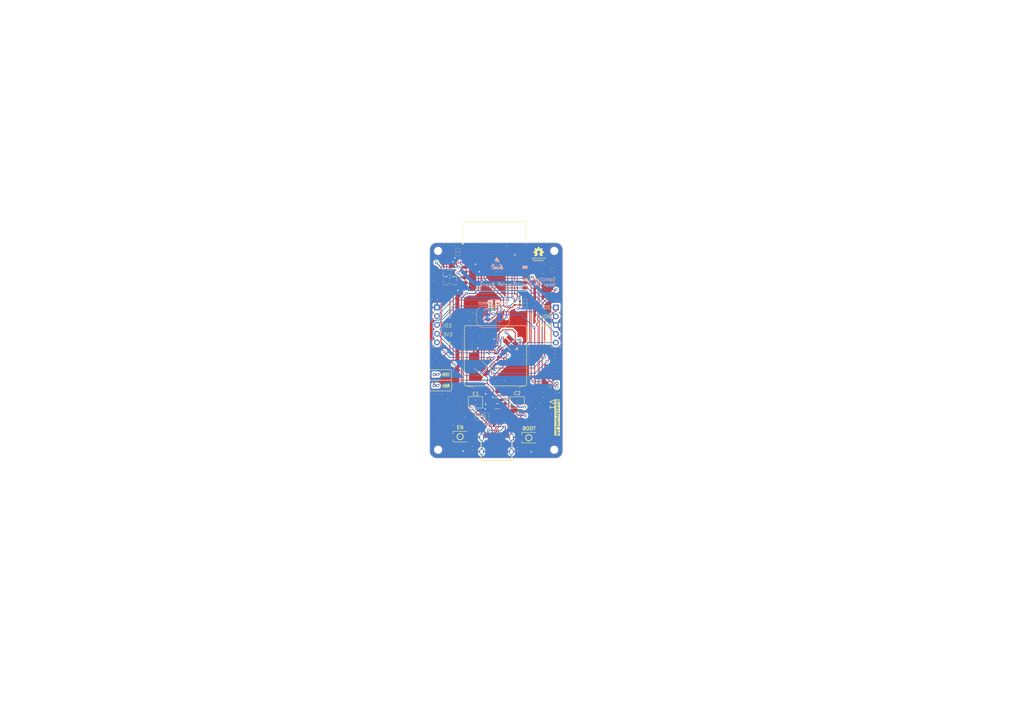
<source format=kicad_pcb>
(kicad_pcb (version 20241229) (generator "pcbnew") (generator_version "9.0")
  (title_block (title "ESP32-C3 Development Board") (rev "v1.1.1"))
  (layers (0 "F.Cu" signal) (2 "B.Cu" signal) (13 "F.Paste" user) (15 "B.Paste" user) (5 "F.SilkS" user "F.Silkscreen") (7 "B.SilkS" user "B.Silkscreen") (1 "F.Mask" user) (3 "B.Mask" user) (25 "Edge.Cuts" user))
  (net 0 "")
  (net 1 "/EN")
  (net 2 "/IO4")
  (net 3 "/IO5")
  (net 4 "/IO6")
  (net 5 "/IO7")
  (net 6 "GND")
  (net 7 "/IO10")
  (net 8 "/RXD")
  (net 9 "/TXD")
  (net 10 "/IO3")
  (net 11 "/IO2")
  (net 12 "/IO1")
  (net 13 "/IO0")
  (net 14 "+3V3")
  (net 15 "+5V")
  (net 16 "VBUS")
  (net 17 "Net-(J1-CC1)")
  (net 19 "Net-(J1-CC2)")
  (net 21 "Net-(JP2-A)")
  (net 33 "Net-(D3-K)")
  (net 34 "/IO19")
  (net 35 "/IO18")
  (net 36 "/3V3")
  (net 37 "SCL")
  (net 38 "SDA")
  (net 39 "Net-(U2-LED_DRV)")
  (net 40 "Net-(D5-Pad1)")
  (footprint "Connector_PinHeader_1.00mm:PinHeader_1x02_P1.00mm_Vertical" (layer "F.Cu") (at 125.95 108.625 90)
    (property "Reference" "J4" (hide yes))
    (property "Value" "Conn_01x02_Pin")
  )
  (footprint "Package_LGA:AMS_LGA-20_4.7x4.5mm_P0.65mm" (layer "F.Cu") (at 144.0942 103.0986 45)
    (property "Reference" "U2" (hide yes))
    (property "Value" "AS7263" (hide yes))
  )
  (footprint "Button_Switch_SMD:TS-1088-AR02016" (layer "F.Cu") (at 153.3651 126.925)
    (property "Reference" "BOOT1" (hide yes))
    (property "Value" "SW_Push")
  )
  (footprint "MountingHole:MountingHole_2.1mm" (layer "F.Cu") (at 160.75 130.425)
    (property "Reference" "REF**" (hide yes))
    (property "Value" "MountingHole_2.1mm")
  )
  (footprint "Capacitor_SMD:C_0402_1005Metric" (layer "F.Cu") (at 132.8674 73.053 90)
    (property "Reference" "C4" (hide yes))
    (property "Value" "100n")
  )
  (footprint "Diode_SMD:D_SOD-323" (layer "F.Cu") (at 143.2474 87.6808 180)
    (property "Reference" "D1")
    (property "Value" "1N5819WS")
  )
  (footprint "Connector_PinHeader_1.00mm:PinHeader_1x02_P1.00mm_Vertical" (layer "F.Cu") (at 125.95 111.825 90)
    (property "Reference" "J5" (hide yes))
    (property "Value" "Conn_01x02_Pin")
  )
  (footprint "LED_SMD:LED_Everlight-SMD3528_3.5x2.8mm_67-21ST" (layer "F.Cu") (at 140.208 107.2642 135)
    (property "Reference" "D3" (hide yes))
    (property "Value" "LED")
  )
  (footprint "Capacitor_SMD:C_0805_2012Metric" (layer "F.Cu") (at 130.495 81.4324)
    (property "Reference" "R7" (hide yes))
    (property "Value" "2K")
  )
  (footprint "MountingHole:MountingHole_2.1mm" (layer "F.Cu") (at 127.05 130.425)
    (property "Reference" "REF**" (hide yes))
    (property "Value" "MountingHole_2.1mm")
  )
  (footprint "Connector_PinHeader_1.00mm:PinHeader_1x02_P1.00mm_Vertical" (layer "F.Cu") (at 161.5186 111.1504)
    (property "Reference" "J6" (hide yes))
    (property "Value" "Conn_01x02_Pin")
  )
  (footprint "Resistor_SMD:R_0402_1005Metric" (layer "F.Cu") (at 150.7744 87.8586 90)
    (property "Reference" "R4" (hide yes))
    (property "Value" "10k")
  )
  (footprint "RF_Module:ESP32-C3-WROOM-02" (layer "F.Cu") (at 143.51 77.47)
    (property "Reference" "U1" (hide yes))
    (property "Value" "ESP32-C3-WROOM-02")
  )
  (footprint "Button_Switch_SMD:TS-1088-AR02016" (layer "F.Cu") (at 133.45 126.625)
    (property "Reference" "EN1" (hide yes))
    (property "Value" "SW_Push")
  )
  (footprint "Library:LED-SMD_4P-L3.2-W3.0_RS6694-S820B1" (layer "F.Cu") (at 148.170137 99.405797 135)
    (property "Reference" "D5" (hide yes))
    (property "Value" "~")
  )
  (footprint "Resistor_SMD:R_0402_1005Metric" (layer "F.Cu") (at 149.2758 87.882 90)
    (property "Reference" "R3" (hide yes))
    (property "Value" "10k")
  )
  (footprint "MountingHole:MountingHole_2.1mm" (layer "F.Cu") (at 160.75 72.725)
    (property "Reference" "REF**" (hide yes))
    (property "Value" "MountingHole_2.1mm")
  )
  (footprint "Capacitor_SMD:C_0805_2012Metric" (layer "F.Cu") (at 130.4798 78.9178)
    (property "Reference" "R6" (hide yes))
    (property "Value" "2K")
  )
  (footprint "Capacitor_SMD:C_0402_1005Metric" (layer "F.Cu") (at 136.878 99.4156 180)
    (property "Reference" "C5" (hide yes))
    (property "Value" "100n")
  )
  (footprint "MountingHole:MountingHole_2.1mm" (layer "F.Cu") (at 127.05 72.725)
    (property "Reference" "REF**" (hide yes))
    (property "Value" "MountingHole_2.1mm")
  )
  (footprint "Capacitor_SMD:C_0805_2012Metric" (layer "F.Cu") (at 137.9626 116.7384 180)
    (property "Reference" "C1")
    (property "Value" "10u")
  )
  (footprint "Capacitor_SMD:C_0603_1608Metric" (layer "F.Cu") (at 150.0124 116.6876)
    (property "Reference" "C2")
    (property "Value" "22u")
  )
  (footprint "LOGO" (layer "F.Cu") (at 156.21 73.66)
    (property "Reference" "G***" (hide yes))
    (property "Value" "LOGO" (hide yes))
  )
  (footprint "Capacitor_SMD:C_0402_1005Metric" (layer "F.Cu") (at 141.2494 120.6728 90)
    (property "Reference" "C3" (hide yes))
    (property "Value" "1u")
  )
  (footprint "Connector_USB:USB-C_SMD-TYPE-C-31-M-12 (JLC)" (layer "F.Cu") (at 144 128.5015)
    (property "Reference" "J1" (hide yes))
    (property "Value" "USB_C_Receptacle_USB2.0_16P")
    (fp_poly (pts (xy -2.528208 -1.254447) (xy -2.553545 -1.349006) (xy -2.602492 -1.433786) (xy -2.671714 -1.503008) (xy -2.756494 -1.551955) (xy -2.851053 -1.577292) (xy -2.948947 -1.577292) (xy -3.043506 -1.551955) (xy -3.128286 -1.503008) (xy -3.197508 -1.433786) (xy -3.246455 -1.349006) (xy -3.271792 -1.254447) (xy -3.271792 -1.156553) (xy -3.246455 -1.061994) (xy -3.197508 -0.977214) (xy -3.128286 -0.907992) (xy -3.043506 -0.859045) (xy -2.948947 -0.833708) (xy -2.851053 -0.833708) (xy -2.756494 -0.859045) (xy -2.671714 -0.907992) (xy -2.602492 -0.977214) (xy -2.553545 -1.061994) (xy -2.528208 -1.156553)) (fill yes) (layer "Edge.Cuts"))
    (fp_poly (pts (xy 3.271792 -1.254447) (xy 3.246455 -1.349006) (xy 3.197508 -1.433786) (xy 3.128286 -1.503008) (xy 3.043506 -1.551955) (xy 2.948947 -1.577292) (xy 2.851053 -1.577292) (xy 2.756494 -1.551955) (xy 2.671714 -1.503008) (xy 2.602492 -1.433786) (xy 2.553545 -1.349006) (xy 2.528208 -1.254447) (xy 2.528208 -1.156553) (xy 2.553545 -1.061994) (xy 2.602492 -0.977214) (xy 2.671714 -0.907992) (xy 2.756494 -0.859045) (xy 2.851053 -0.833708) (xy 2.948947 -0.833708) (xy 3.043506 -0.859045) (xy 3.128286 -0.907992) (xy 3.197508 -0.977214) (xy 3.246455 -1.061994) (xy 3.271792 -1.156553)) (fill yes) (layer "Edge.Cuts"))
  )
  (footprint "Resistor_SMD:R_0402_1005Metric" (layer "F.Cu") (at 139.827 120.7028 90)
    (property "Reference" "R1" (hide yes))
    (property "Value" "5.1k")
  )
  (footprint "Resistor_SMD:R_0402_1005Metric" (layer "F.Cu") (at 138.4086 120.6988 -90)
    (property "Reference" "R2" (hide yes))
    (property "Value" "5.1k")
  )
  (footprint "Resistor_SMD:R_0402_1005Metric" (layer "F.Cu") (at 152.3238 87.882 90)
    (property "Reference" "R5" (hide yes))
    (property "Value" "10k")
  )
  (footprint "Package_TO_SOT_SMD:SOT-23-5" (layer "F.Cu") (at 144.2013 116.9264)
    (property "Reference" "U3" (hide yes))
    (property "Value" "RT9080-33GJ5")
  )
  (footprint "Capacitor_SMD:C_0402_1005Metric" (layer "F.Cu") (at 136.9288 101.3968 180)
    (property "Reference" "C6" (hide yes))
    (property "Value" "10uF")
  )
  (footprint "Connector_PinHeader_2.54mm:PinHeader_1x05_P2.54mm_Vertical" (layer "B.Cu") (at 161.2138 89.1794 180)
    (property "Reference" "J3" (hide yes))
    (property "Value" "Conn_01x05_Pin")
  )
  (footprint "Jumper:SolderJumper-2_P1.3mm_Open_RoundedPad1.0x1.5mm" (layer "B.Cu") (at 141.351 91.933 -90)
    (property "Reference" "JP1" (hide yes))
    (property "Value" "SolderJumper_2_Open")
  )
  (footprint "Connector_PinHeader_2.54mm:PinHeader_1x05_P2.54mm_Vertical" (layer "B.Cu") (at 126.7206 89.1286 180)
    (property "Reference" "J2" (hide yes))
    (property "Value" "Conn_01x05_Pin")
  )
  (footprint "Jumper:SolderJumper-2_P1.3mm_Bridged_RoundedPad1.0x1.5mm" (layer "B.Cu") (at 144.8054 91.8822 -90)
    (property "Reference" "JP2" (hide yes))
    (property "Value" "SolderJumper_2_Bridged")
  )
  (footprint "LOGO" (layer "B.Cu") (at 144.145 76.2 180)
    (property "Reference" "G***" (hide yes))
    (property "Value" "LOGO" (hide yes))
  )
  (gr_rect (start 148.6408 86.7918) (end 149.9108 89.027) (stroke (width 0.05)) (fill no) (layer "F.SilkS"))
  (gr_line (start 135.1708 94.410214) (end 152.2302 94.410214) (stroke (width 0.15)) (layer "F.SilkS"))
  (gr_arc (start 152.7302 111.3616) (mid 152.583753 111.715153) (end 152.2302 111.8616) (stroke (width 0.15)) (layer "F.SilkS"))
  (gr_rect (start 135.8392 115.0112) (end 139.9794 118.3132) (stroke (width 0.15)) (fill no) (layer "F.SilkS"))
  (gr_rect (start 150.114 86.7918) (end 151.384 89.027) (stroke (width 0.05)) (fill no) (layer "F.SilkS"))
  (gr_rect (start 151.6634 86.7918) (end 152.9334 89.027) (stroke (width 0.05)) (fill no) (layer "F.SilkS"))
  (gr_line (start 130.429 110.2614) (end 124.6218 110.2614) (stroke (width 0.15)) (layer "F.SilkS"))
  (gr_line (start 152.7302 94.910214) (end 152.7302 111.3616) (stroke (width 0.15)) (layer "F.SilkS"))
  (gr_line (start 130.5052 113.3602) (end 124.698 113.3602) (stroke (width 0.15)) (layer "F.SilkS"))
  (gr_line (start 152.2302 111.8616) (end 135.1708 111.8616) (stroke (width 0.15)) (layer "F.SilkS"))
  (gr_arc (start 135.1708 111.8616) (mid 134.817247 111.715153) (end 134.6708 111.3616) (stroke (width 0.15)) (layer "F.SilkS"))
  (gr_line (start 130.929 107.688) (end 130.929 109.7614) (stroke (width 0.15)) (layer "F.SilkS"))
  (gr_rect (start 128.55 77.7611) (end 132.35 80.075) (stroke (width 0.1) (type dash_dot_dot)) (fill no) (layer "F.SilkS"))
  (gr_arc (start 131.0052 112.8602) (mid 130.858753 113.213753) (end 130.5052 113.3602) (stroke (width 0.15)) (layer "F.SilkS"))
  (gr_line (start 153.45 109.925) (end 153.45 96.325) (stroke (width 0.15) (type dot)) (layer "F.SilkS"))
  (gr_line (start 150.45 112.325) (end 152.2302 111.8616) (stroke (width 0.1)) (layer "F.SilkS"))
  (gr_arc (start 130.429 107.188) (mid 130.782553 107.334447) (end 130.929 107.688) (stroke (width 0.15)) (layer "F.SilkS"))
  (gr_line (start 131.0052 110.7868) (end 131.0052 112.8602) (stroke (width 0.15)) (layer "F.SilkS"))
  (gr_line (start 134.6708 111.3616) (end 134.6708 94.910214) (stroke (width 0.15)) (layer "F.SilkS"))
  (gr_arc (start 134.6708 94.910214) (mid 134.817247 94.556661) (end 135.1708 94.410214) (stroke (width 0.15)) (layer "F.SilkS"))
  (gr_line (start 124.698 110.2868) (end 130.5052 110.2868) (stroke (width 0.15)) (layer "F.SilkS"))
  (gr_arc (start 130.929 109.7614) (mid 130.782553 110.114953) (end 130.429 110.2614) (stroke (width 0.15)) (layer "F.SilkS"))
  (gr_line (start 137.15 112.325) (end 135.1708 111.8616) (stroke (width 0.15)) (layer "F.SilkS"))
  (gr_arc (start 152.2302 94.410214) (mid 152.583748 94.556661) (end 152.7302 94.910214) (stroke (width 0.15)) (layer "F.SilkS"))
  (gr_line (start 124.6218 107.188) (end 130.429 107.188) (stroke (width 0.15)) (layer "F.SilkS"))
  (gr_rect (start 147.9423 115.0366) (end 152.0825 118.3386) (stroke (width 0.15)) (fill no) (layer "F.SilkS"))
  (gr_line (start 134.05 110.525) (end 134.05 96.925) (stroke (width 0.15) (type dot)) (layer "F.SilkS"))
  (gr_rect (start 139.192 119.634) (end 140.462 121.8692) (stroke (width 0.05)) (fill no) (layer "F.SilkS"))
  (gr_line (start 137.15 112.325) (end 150.75 112.325) (stroke (width 0.15) (type dot)) (layer "F.SilkS"))
  (gr_rect (start 132.1816 71.9328) (end 133.4516 74.168) (stroke (width 0.05)) (fill no) (layer "F.SilkS"))
  (gr_rect (start 140.6144 119.634) (end 141.8844 121.8692) (stroke (width 0.05)) (fill no) (layer "F.SilkS"))
  (gr_rect (start 128.6 80.26805) (end 132.4 82.58195) (stroke (width 0.1) (type dash_dot_dot)) (fill no) (layer "F.SilkS"))
  (gr_arc (start 130.5052 110.2868) (mid 130.858753 110.433247) (end 131.0052 110.7868) (stroke (width 0.15)) (layer "F.SilkS"))
  (gr_rect (start 137.7442 119.6086) (end 139.0142 121.8438) (stroke (width 0.05)) (fill no) (layer "F.SilkS"))
  (gr_arc (start 145.7518 88.8238) (mid 147.166014 89.409586) (end 147.7518 90.8238) (stroke (width 0.15)) (layer "B.SilkS"))
  (gr_arc (start 138.1506 90.8238) (mid 138.736386 89.409586) (end 140.1506 88.8238) (stroke (width 0.15)) (layer "B.SilkS"))
  (gr_line (start 147.7518 90.8238) (end 147.7518 92.996) (stroke (width 0.15)) (layer "B.SilkS"))
  (gr_line (start 145.7518 94.996) (end 140.1506 94.996) (stroke (width 0.15)) (layer "B.SilkS"))
  (gr_line (start 138.1506 92.996) (end 138.1506 90.8238) (stroke (width 0.15)) (layer "B.SilkS"))
  (gr_arc (start 140.1506 94.996) (mid 138.736386 94.410214) (end 138.1506 92.996) (stroke (width 0.15)) (layer "B.SilkS"))
  (gr_arc (start 147.7518 92.996) (mid 147.166014 94.410214) (end 145.7518 94.996) (stroke (width 0.15)) (layer "B.SilkS"))
  (gr_line (start 140.1506 88.8238) (end 145.7518 88.8238) (stroke (width 0.15)) (layer "B.SilkS"))
  (gr_line (start 126.6378 70.3834) (end 161.1696 70.3834) (stroke (width 0.1)) (layer "Edge.Cuts"))
  (gr_line (start 161.1696 132.842) (end 126.6378 132.842) (stroke (width 0.1)) (layer "Edge.Cuts"))
  (gr_arc (start 161.1696 70.3834) (mid 162.583814 70.969186) (end 163.1696 72.3834) (stroke (width 0.1)) (layer "Edge.Cuts"))
  (gr_arc (start 126.6378 132.842) (mid 125.223586 132.256214) (end 124.6378 130.842) (stroke (width 0.1)) (layer "Edge.Cuts"))
  (gr_arc (start 163.1696 130.842) (mid 162.583814 132.256214) (end 161.1696 132.842) (stroke (width 0.1)) (layer "Edge.Cuts"))
  (gr_line (start 124.6378 130.842) (end 124.6378 72.3834) (stroke (width 0.1)) (layer "Edge.Cuts"))
  (gr_arc (start 124.6378 72.3834) (mid 125.223586 70.969186) (end 126.6378 70.3834) (stroke (width 0.1)) (layer "Edge.Cuts"))
  (gr_line (start 163.1696 72.3834) (end 163.1696 130.842) (stroke (width 0.1)) (layer "Edge.Cuts"))
  (gr_text "3V3\n" (at 157.15 99.975 0) (layer "F.SilkS") (effects (font (size 1 1) (thickness 0.125)) (justify left bottom)))
  (gr_text "GND\n" (at 128.25 89.825 0) (layer "F.SilkS") (effects (font (size 1 1) (thickness 0.125)) (justify left bottom)))
  (gr_text "IO1" (at 128.45 100.175 0) (layer "F.SilkS") (effects (font (size 1 1) (thickness 0.125)) (justify left bottom)))
  (gr_text "5V" (at 157.85 97.625 0) (layer "F.SilkS") (effects (font (size 1 1) (thickness 0.125)) (justify left bottom)))
  (gr_text "GND\n" (at 156.95 94.925 0) (layer "F.SilkS") (effects (font (size 1 1) (thickness 0.125)) (justify left bottom)))
  (gr_text "BOOT" (at 151.384 124.841 0) (layer "F.SilkS") (effects (font (size 1 1) (thickness 0.2) (bold yes)) (justify left bottom)))
  (gr_text "IO2" (at 128.45 92.175 0) (layer "F.SilkS") (effects (font (size 1 1) (thickness 0.125)) (justify left bottom)))
  (gr_text "IO5" (at 157.05 89.725 0) (layer "F.SilkS") (effects (font (size 1 1) (thickness 0.125)) (justify left bottom)))
  (gr_text "3V3" (at 128.4 97.575 0) (layer "F.SilkS") (effects (font (size 1 1) (thickness 0.125)) (justify left bottom)))
  (gr_text "SCL" (at 128.25 112.325 0) (layer "F.SilkS" knockout) (effects (font (size 0.7 0.7) (thickness 0.14) (bold yes)) (justify left bottom)))
  (gr_text "RX" (at 158.9 111.475 0) (layer "F.SilkS") (effects (font (size 0.6 0.6) (thickness 0.075)) (justify left bottom)))
  (gr_text "TX" (at 158.95 112.675 0) (layer "F.SilkS") (effects (font (size 0.6 0.6) (thickness 0.075)) (justify left bottom)))
  (gr_text "IO3" (at 128.45 94.975 0) (layer "F.SilkS") (effects (font (size 1 1) (thickness 0.125)) (justify left bottom)))
  (gr_text "SpectrumLab\n" (at 161.03 115.825 270) (layer "F.SilkS" knockout) (effects (font (size 1 1) (thickness 0.25) (bold yes)) (justify left bottom)))
  (gr_text "EN" (at 132.35 124.525 0) (layer "F.SilkS") (effects (font (size 1 1) (thickness 0.2) (bold yes)) (justify left bottom)))
  (gr_text "IO6\n" (at 157.15 92.325 0) (layer "F.SilkS") (effects (font (size 1 1) (thickness 0.125)) (justify left bottom)))
  (gr_text "V1" (at 159.14 115.695 270) (layer "F.SilkS") (effects (font (size 1.7 1.7) (thickness 0.25)) (justify left bottom)))
  (gr_text "SDA" (at 128.15 109.025 0) (layer "F.SilkS" knockout) (effects (font (size 0.7 0.7) (thickness 0.14) (bold yes)) (justify left bottom)))
  (gr_text "JP2" (at 145.85 90.125 0) (layer "B.SilkS") (effects (font (size 0.8 0.8)) (justify left bottom mirror)))
  (gr_text "DO NOT BRIDGE!" (at 147.45 88.325 0) (layer "B.SilkS") (effects (font (size 0.7 0.7) (thickness 0.17) (bold yes)) (justify left bottom mirror)))
  (gr_text "JP1" (at 142.45 90.125 0) (layer "B.SilkS") (effects (font (size 0.8 0.8)) (justify left bottom mirror)))
  (gr_text "SpectrumLab V1 \nNear-IR Spectrometer Board\n" (at 161.2138 83.125 0) (layer "B.SilkS") (effects (font (size 1 1)) (justify left bottom mirror)))
  (segment (start 136.425 121.15) (end 136.93525 120.63975) (width 0.25) (layer "F.Cu") (net 1))
  (segment (start 140.5627 120.549199) (end 141.166305 121.152788) (width 0.25) (layer "F.Cu") (net 1))
  (segment (start 134.95 122.625) (end 136.425 121.15) (width 0.25) (layer "F.Cu") (net 1))
  (segment (start 133.024 121.899) (end 133.75 122.625) (width 0.25) (layer "F.Cu") (net 1))
  (segment (start 131.026 121.899) (end 133.024 121.899) (width 0.25) (layer "F.Cu") (net 1))
  (segment (start 136.93525 120.61025) (end 138.004699 119.540799) (width 0.25) (layer "F.Cu") (net 1))
  (segment (start 140.562691 119.908603) (end 139.627694 118.973611) (width 0.25) (layer "F.Cu") (net 1))
  (segment (start 137.4375 120.108) (end 138.571901 118.9736) (width 0.25) (layer "F.Cu") (net 1))
  (segment (start 141.166305 121.152788) (end 141.2494 121.1528) (width 0.25) (layer "F.Cu") (net 1))
  (segment (start 138.75 75.021122) (end 138.75 78.0648) (width 0.25) (layer "F.Cu") (net 1))
  (segment (start 138.571901 118.9736) (end 139.627694 118.973611) (width 0.25) (layer "F.Cu") (net 1))
  (segment (start 134.76 72.97) (end 136.698893 72.970024) (width 0.25) (layer "F.Cu") (net 1))
  (segment (start 133.846315 116.516792) (end 133.846301 86.4097) (width 0.25) (layer "F.Cu") (net 1))
  (segment (start 136.425 119.095477) (end 136.425 121.15) (width 0.25) (layer "F.Cu") (net 1))
  (segment (start 137.6266 85.0484) (end 135.2076 85.0484) (width 0.25) (layer "F.Cu") (net 1))
  (segment (start 152.970998 88.019201) (end 152.971 88.744399) (width 0.25) (layer "F.Cu") (net 1))
  (segment (start 136.93525 120.63975) (end 136.93525 120.61025) (width 0.25) (layer "F.Cu") (net 1))
  (segment (start 138.71348 79.5168) (end 138.75 79.5168) (width 0.25) (layer "F.Cu") (net 1))
  (segment (start 138.75 78.0648) (end 138.71348 78.0648) (width 0.25) (layer "F.Cu") (net 1))
  (segment (start 138.2882 79.09152) (end 138.71348 79.5168) (width 0.25) (layer "F.Cu") (net 1))
  (segment (start 131.2651 126.625) (end 129.1 124.4599) (width 0.25) (layer "F.Cu") (net 1))
  (segment (start 136.698893 72.970024) (end 138.75 75.021122) (width 0.25) (layer "F.Cu") (net 1))
  (segment (start 138.75 79.5168) (end 138.75 83.925) (width 0.25) (layer "F.Cu") (net 1))
  (segment (start 133.75 122.625) (end 134.95 122.625) (width 0.25) (layer "F.Cu") (net 1))
  (segment (start 133.846315 116.516792) (end 136.425 119.095477) (width 0.25) (layer "F.Cu") (net 1))
  (segment (start 129.1 124.4599) (end 129.1 123.825) (width 0.25) (layer "F.Cu") (net 1))
  (segment (start 150.2058 89.4736) (end 152.241799 89.4736) (width 0.25) (layer "F.Cu") (net 1))
  (segment (start 140.562691 119.908603) (end 140.5627 120.549199) (width 0.25) (layer "F.Cu") (net 1))
  (segment (start 138.71348 78.0648) (end 138.2882 78.49008) (width 0.25) (layer "F.Cu") (net 1))
  (segment (start 129.1 123.825) (end 131.026 121.899) (width 0.25) (layer "F.Cu") (net 1))
  (segment (start 135.2076 85.0484) (end 133.846301 86.4097) (width 0.25) (layer "F.Cu") (net 1))
  (segment (start 138.75 83.925) (end 137.6266 85.0484) (width 0.25) (layer "F.Cu") (net 1))
  (segment (start 152.971 88.744399) (end 152.241799 89.4736) (width 0.25) (layer "F.Cu") (net 1))
  (segment (start 138.2882 78.49008) (end 138.2882 79.09152) (width 0.25) (layer "F.Cu") (net 1))
  (segment (start 152.970998 88.019201) (end 152.3238 87.372) (width 0.25) (layer "F.Cu") (net 1))
  (via (at 135.2076 85.0484) (size 0.8) (drill 0.4) (layers "F.Cu" "B.Cu") (net 1))
  (via (at 150.2058 89.4736) (size 0.8) (drill 0.4) (layers "F.Cu" "B.Cu") (net 1))
  (segment (start 150.750091 88.929295) (end 150.750099 86.2795) (width 0.25) (layer "B.Cu") (net 1))
  (segment (start 135.2076 85.0484) (end 149.518999 85.0484) (width 0.25) (layer "B.Cu") (net 1))
  (segment (start 150.750091 88.929295) (end 150.2058 89.4736) (width 0.25) (layer "B.Cu") (net 1))
  (segment (start 150.750099 86.2795) (end 149.518999 85.0484) (width 0.25) (layer "B.Cu") (net 1))
  (segment (start 128.8381 102.0393) (end 127.897281 101.098507) (width 0.25) (layer "F.Cu") (net 2))
  (segment (start 143.269579 103.923191) (end 142.5386 104.6542) (width 0.25) (layer "F.Cu") (net 2))
  (segment (start 127.897299 77.5248) (end 126.5296 76.1571) (width 0.25) (layer "F.Cu") (net 2))
  (segment (start 127.897299 77.5248) (end 127.897281 101.098507) (width 0.25) (layer "F.Cu") (net 2))
  (segment (start 132.9488 77.3724) (end 132.421999 76.8456) (width 0.25) (layer "F.Cu") (net 2))
  (segment (start 132.422021 75.731309) (end 133.683292 74.46998) (width 0.25) (layer "F.Cu") (net 2))
  (segment (start 133.683292 74.46998) (end 134.76 74.47) (width 0.25) (layer "F.Cu") (net 2))
  (segment (start 143.2696 103.6491) (end 143.269579 103.923191) (width 0.25) (layer "F.Cu") (net 2))
  (segment (start 132.422021 75.731309) (end 132.421999 76.8456) (width 0.25) (layer "F.Cu") (net 2))
  (via (at 132.9488 77.3724) (size 0.8) (drill 0.4) (layers "F.Cu" "B.Cu") (net 2))
  (via (at 128.8381 102.0393) (size 0.8) (drill 0.4) (layers "F.Cu" "B.Cu") (net 2))
  (via (at 126.5296 76.1571) (size 0.8) (drill 0.4) (layers "F.Cu" "B.Cu") (net 2))
  (via (at 143.2696 103.6491) (size 0.8) (drill 0.4) (layers "F.Cu" "B.Cu") (net 2))
  (segment (start 127.744912 77.37237) (end 126.5296 76.1571) (width 0.25) (layer "B.Cu") (net 2))
  (segment (start 143.2696 103.6491) (end 130.4479 103.649099) (width 0.25) (layer "B.Cu") (net 2))
  (segment (start 127.744912 77.37237) (end 132.9488 77.3724) (width 0.25) (layer "B.Cu") (net 2))
  (segment (start 128.8381 102.0393) (end 130.4479 103.649099) (width 0.25) (layer "B.Cu") (net 2))
  (segment (start 142.8378 106.1935) (end 143.4578 105.5735) (width 0.25) (layer "F.Cu") (net 3))
  (segment (start 133.683299 75.969999) (end 133.520799 76.1325) (width 0.25) (layer "F.Cu") (net 3))
  (segment (start 133.1488 76.1325) (end 133.520799 76.1325) (width 0.25) (layer "F.Cu") (net 3))
  (segment (start 160.846092 90.35608) (end 161.21375 90.35605) (width 0.25) (layer "F.Cu") (net 3))
  (segment (start 133.683299 75.969999) (end 134.76 75.97) (width 0.25) (layer "F.Cu") (net 3))
  (segment (start 161.21375 90.35605) (end 161.2138 89.1794) (width 0.25) (layer "F.Cu") (net 3))
  (segment (start 144.3964 106.7274) (end 143.3717 106.727399) (width 0.25) (layer "F.Cu") (net 3))
  (segment (start 157.979899 93.2223) (end 157.9799 103.5709) (width 0.25) (layer "F.Cu") (net 3))
  (segment (start 143.3717 106.727399) (end 142.8378 106.1935) (width 0.25) (layer "F.Cu") (net 3))
  (segment (start 157.979899 93.2223) (end 160.846092 90.35608) (width 0.25) (layer "F.Cu") (net 3))
  (via (at 157.9799 103.5709) (size 0.8) (drill 0.4) (layers "F.Cu" "B.Cu") (net 3))
  (via (at 133.1488 76.1325) (size 0.8) (drill 0.4) (layers "F.Cu" "B.Cu") (net 3))
  (via (at 144.3964 106.7274) (size 0.8) (drill 0.4) (layers "F.Cu" "B.Cu") (net 3))
  (segment (start 137.763102 80.746795) (end 151.604497 80.746804) (width 0.25) (layer "B.Cu") (net 3))
  (segment (start 154.823399 106.7274) (end 157.9799 103.5709) (width 0.25) (layer "B.Cu") (net 3))
  (segment (start 144.3964 106.7274) (end 154.823399 106.7274) (width 0.25) (layer "B.Cu") (net 3))
  (segment (start 137.763102 80.746795) (end 133.1488 76.1325) (width 0.25) (layer "B.Cu") (net 3))
  (segment (start 160.037094 89.179415) (end 161.2138 89.1794) (width 0.25) (layer "B.Cu") (net 3))
  (segment (start 160.037094 89.179415) (end 151.604497 80.746804) (width 0.25) (layer "B.Cu") (net 3))
  (segment (start 133.68325 77.46995) (end 134.76 77.47) (width 0.25) (layer "F.Cu") (net 4))
  (segment (start 159.848971 93.084188) (end 161.2138 91.7194) (width 0.25) (layer "F.Cu") (net 4))
  (segment (start 133.683279 78.242491) (end 132.7894 79.1364) (width 0.25) (layer "F.Cu") (net 4))
  (segment (start 159.848971 93.084188) (end 159.848982 103.563592) (width 0.25) (layer "F.Cu") (net 4))
  (segment (start 142.342301 105.7698) (end 142.9982 105.1139) (width 0.25) (layer "F.Cu") (net 4))
  (segment (start 142.342287 107.384905) (end 142.342301 105.7698) (width 0.25) (layer "F.Cu") (net 4))
  (segment (start 158.6631 104.7495) (end 159.848982 103.563592) (width 0.25) (layer "F.Cu") (net 4))
  (segment (start 142.781609 107.824196) (end 142.7816 108.2454) (width 0.25) (layer "F.Cu") (net 4))
  (segment (start 142.781609 107.824196) (end 142.342287 107.384905) (width 0.25) (layer "F.Cu") (net 4))
  (segment (start 133.683279 78.242491) (end 133.68325 77.46995) (width 0.25) (layer "F.Cu") (net 4))
  (via (at 158.6631 104.7495) (size 0.8) (drill 0.4) (layers "F.Cu" "B.Cu") (net 4))
  (via (at 142.7816 108.2454) (size 0.8) (drill 0.4) (layers "F.Cu" "B.Cu") (net 4))
  (via (at 132.7894 79.1364) (size 0.8) (drill 0.4) (layers "F.Cu" "B.Cu") (net 4))
  (segment (start 152.970197 83.475804) (end 161.2138 91.7194) (width 0.25) (layer "B.Cu") (net 4))
  (segment (start 132.7894 79.1364) (end 137.128802 83.475795) (width 0.25) (layer "B.Cu") (net 4))
  (segment (start 152.970197 83.475804) (end 137.128802 83.475795) (width 0.25) (layer "B.Cu") (net 4))
  (segment (start 155.167197 108.245395) (end 158.6631 104.7495) (width 0.25) (layer "B.Cu") (net 4))
  (segment (start 155.167197 108.245395) (end 142.7816 108.2454) (width 0.25) (layer "B.Cu") (net 4))
  (segment (start 143.387093 98.362093) (end 143.35 98.325) (width 0.25) (layer "F.Cu") (net 6))
  (segment (start 140.443 126.0275) (end 139.675 126.7955) (width 0.25) (layer "F.Cu") (net 6))
  (segment (start 155.55 129.5142) (end 154.0764 130.9878) (width 0.25) (layer "F.Cu") (net 6))
  (segment (start 135.6349 126.625) (end 135.6349 129.4903) (width 0.25) (layer "F.Cu") (net 6))
  (segment (start 141.249399 119.126) (end 141.2494 120.1928) (width 0.25) (layer "F.Cu") (net 6))
  (segment (start 148.4755 130.825) (end 148.325 130.9755) (width 0.25) (layer "F.Cu") (net 6))
  (segment (start 138.35 100.325) (end 138.35 100.725) (width 0.25) (layer "F.Cu") (net 6))
  (segment (start 138.35 100.725) (end 138.55 100.925) (width 0.25) (layer "F.Cu") (net 6))
  (segment (start 137.4406 99.4156) (end 138.35 100.325) (width 0.25) (layer "F.Cu") (net 6))
  (segment (start 132.8674 73.533) (end 132.8674 73.7616) (width 0.25) (layer "F.Cu") (net 6))
  (segment (start 134.028999 84.201) (end 134.76 83.47) (width 0.25) (layer "F.Cu") (net 6))
  (segment (start 132.8674 73.7616) (end 131.8768 74.7522) (width 0.25) (layer "F.Cu") (net 6))
  (segment (start 135.6349 129.4903) (end 134.3152 130.81) (width 0.25) (layer "F.Cu") (net 6))
  (segment (start 141.138001 116.926002) (end 140.843 117.221) (width 0.25) (layer "F.Cu") (net 6))
  (segment (start 140.894 114.249) (end 140.894 114.757) (width 0.25) (layer "F.Cu") (net 6))
  (segment (start 150.15 130.825) (end 148.4755 130.825) (width 0.25) (layer "F.Cu") (net 6))
  (segment (start 139.675 81.6864) (end 139.675 79.4516) (width 0.25) (layer "F.Cu") (net 6))
  (segment (start 139.675 79.4516) (end 139.0142 78.7908) (width 0.25) (layer "F.Cu") (net 6))
  (segment (start 141.249399 119.126) (end 140.716 118.5926) (width 0.25) (layer "F.Cu") (net 6))
  (segment (start 134.028999 84.201) (end 132.74 84.201) (width 0.25) (layer "F.Cu") (net 6))
  (segment (start 137.358 99.4156) (end 137.4406 99.4156) (width 0.25) (layer "F.Cu") (net 6))
  (segment (start 150.15 129.737) (end 150.15 128.6205) (width 0.25) (layer "F.Cu") (net 6))
  (segment (start 140.894 114.757) (end 138.913 116.738) (width 0.25) (layer "F.Cu") (net 6))
  (segment (start 143.387093 100.553016) (end 143.387093 98.362093) (width 0.25) (layer "F.Cu") (net 6))
  (segment (start 141.138001 116.926002) (end 143.064 116.926) (width 0.25) (layer "F.Cu") (net 6))
  (segment (start 147.557 126.0275) (end 148.325 126.7955) (width 0.25) (layer "F.Cu") (net 6))
  (segment (start 150.15 128.6205) (end 148.325 126.7955) (width 0.25) (layer "F.Cu") (net 6))
  (segment (start 140.65 126.0275) (end 140.443 126.0275) (width 0.25) (layer "F.Cu") (net 6))
  (segment (start 155.55 126.925) (end 155.55 129.5142) (width 0.25) (layer "F.Cu") (net 6))
  (segment (start 147.35 126.0275) (end 147.557 126.0275) (width 0.25) (layer "F.Cu") (net 6))
  (via (at 137.05 129.425) (size 0.6) (drill 0.2) (layers "F.Cu" "B.Cu") (net 6))
  (via (at 125.85 78.825) (size 0.6) (drill 0.2) (layers "F.Cu" "B.Cu") (net 6))
  (via (at 144.247 117.018) (size 0.8) (drill 0.4) (layers "F.Cu" "B.Cu") (net 6))
  (via (at 131.45 107.525) (size 0.6) (drill 0.2) (layers "F.Cu" "B.Cu") (net 6))
  (via (at 125.35 104.825) (size 0.6) (drill 0.2) (layers "F.Cu" "B.Cu") (net 6))
  (via (at 131.8768 74.7522) (size 0.8) (drill 0.4) (layers "F.Cu" "B.Cu") (net 6))
  (via (at 126.15 114.225) (size 0.6) (drill 0.2) (layers "F.Cu" "B.Cu") (net 6))
  (via (at 139.15 71.425) (size 0.6) (drill 0.2) (layers "F.Cu" "B.Cu") (net 6))
  (via (at 126.75 86.825) (size 0.6) (drill 0.2) (layers "F.Cu" "B.Cu") (net 6))
  (via (at 136.15 92.925) (size 0.6) (drill 0.2) (layers "F.Cu" "B.Cu") (net 6))
  (via (at 128.15 114.225) (size 0.6) (drill 0.2) (layers "F.Cu" "B.Cu") (net 6))
  (via (at 134.3152 130.81) (size 0.8) (drill 0.4) (layers "F.Cu" "B.Cu") (net 6))
  (via (at 131.3434 75.8952) (size 0.8) (drill 0.4) (layers "F.Cu" "B.Cu") (net 6))
  (via (at 155.25 118.425) (size 0.6) (drill 0.2) (layers "F.Cu" "B.Cu") (net 6))
  (via (at 140.55 96.025) (size 0.6) (drill 0.2) (layers "F.Cu" "B.Cu") (net 6))
  (via (at 151.45 110.625) (size 0.6) (drill 0.2) (layers "F.Cu" "B.Cu") (net 6))
  (via (at 134.75 120.925) (size 0.6) (drill 0.2) (layers "F.Cu" "B.Cu") (net 6))
  (via (at 157.35 79.425) (size 0.6) (drill 0.2) (layers "F.Cu" "B.Cu") (net 6))
  (via (at 143.75 110.525) (size 0.6) (drill 0.2) (layers "F.Cu" "B.Cu") (net 6))
  (via (at 155.05 87.325) (size 0.6) (drill 0.2) (layers "F.Cu" "B.Cu") (net 6))
  (via (at 159.85 120.025) (size 0.6) (drill 0.2) (layers "F.Cu" "B.Cu") (net 6))
  (via (at 161.05 101.525) (size 0.6) (drill 0.2) (layers "F.Cu" "B.Cu") (net 6))
  (via (at 149.25 81.9404) (size 0.8) (drill 0.4) (layers "F.Cu" "B.Cu") (net 6))
  (via (at 133.55 117.825) (size 0.6) (drill 0.2) (layers "F.Cu" "B.Cu") (net 6))
  (via (at 131.55 71.125) (size 0.6) (drill 0.2) (layers "F.Cu" "B.Cu") (net 6))
  (via (at 156.55 117.025) (size 0.6) (drill 0.2) (layers "F.Cu" "B.Cu") (net 6))
  (via (at 162.15 113.925) (size 0.6) (drill 0.2) (layers "F.Cu" "B.Cu") (net 6))
  (via (at 127.25 122.325) (size 0.6) (drill 0.2) (layers "F.Cu" "B.Cu") (net 6))
  (via (at 158.65 106.325) (size 0.6) (drill 0.2) (layers "F.Cu" "B.Cu") (net 6))
  (via (at 153.75 119.925) (size 0.6) (drill 0.2) (layers "F.Cu" "B.Cu") (net 6))
  (via (at 161.05 103.725) (size 0.6) (drill 0.2) (layers "F.Cu" "B.Cu") (net 6))
  (via (at 139.0142 78.7908) (size 0.8) (drill 0.4) (layers "F.Cu" "B.Cu") (net 6))
  (via (at 160.65 77.825) (size 0.6) (drill 0.2) (layers "F.Cu" "B.Cu") (net 6))
  (via (at 159.75 77.825) (size 0.6) (drill 0.2) (layers "F.Cu" "B.Cu") (net 6))
  (via (at 160.75 108.925) (size 0.6) (drill 0.2) (layers "F.Cu" "B.Cu") (net 6))
  (via (at 161.25 113.925) (size 0.6) (drill 0.2) (layers "F.Cu" "B.Cu") (net 6))
  (via (at 131.25 114.225) (size 0.6) (drill 0.2) (layers "F.Cu" "B.Cu") (net 6))
  (via (at 144.85 82.075) (size 0.8) (drill 0.4) (layers "F.Cu" "B.Cu") (net 6))
  (via (at 143.35 98.325) (size 0.8) (drill 0.4) (layers "F.Cu" "B.Cu") (net 6))
  (via (at 151.75 104.325) (size 0.6) (drill 0.2) (layers "F.Cu" "B.Cu") (net 6))
  (via (at 136.45 95.125) (size 0.6) (drill 0.2) (layers "F.Cu" "B.Cu") (net 6))
  (via (at 151.75 103.025) (size 0.6) (drill 0.2) (layers "F.Cu" "B.Cu") (net 6))
  (via (at 154.85 76.925) (size 0.6) (drill 0.2) (layers "F.Cu" "B.Cu") (net 6))
  (via (at 139.827 120.2618) (size 0.8) (drill 0.4) (layers "F.Cu" "B.Cu") (net 6))
  (via (at 132.74 84.201) (size 0.8) (drill 0.4) (layers "F.Cu" "B.Cu") (net 6))
  (via (at 151.75 105.525) (size 0.6) (drill 0.2) (layers "F.Cu" "B.Cu") (net 6))
  (via (at 144.907 103.022) (size 0.8) (drill 0.4) (layers "F.Cu" "B.Cu") (net 6))
  (via (at 150.15 129.737) (size 0.6) (drill 0.2) (layers "F.Cu" "B.Cu") (net 6))
  (via (at 137.15 90.625) (size 0.6) (drill 0.2) (layers "F.Cu" "B.Cu") (net 6))
  (via (at 161.05 102.525) (size 0.6) (drill 0.2) (layers "F.Cu" "B.Cu") (net 6))
  (via (at 159.55 107.525) (size 0.6) (drill 0.2) (layers "F.Cu" "B.Cu") (net 6))
  (via (at 155.05 82.525) (size 0.6) (drill 0.2) (layers "F.Cu" "B.Cu") (net 6))
  (via (at 125.85 81.425) (size 0.6) (drill 0.2) (layers "F.Cu" "B.Cu") (net 6))
  (via (at 159.65 78.825) (size 0.6) (drill 0.2) (layers "F.Cu" "B.Cu") (net 6))
  (via (at 135.65 90.325) (size 0.6) (drill 0.2) (layers "F.Cu" "B.Cu") (net 6))
  (via (at 156.15 78.125) (size 0.6) (drill 0.2) (layers "F.Cu" "B.Cu") (net 6))
  (via (at 157.55 81.625) (size 0.6) (drill 0.2) (layers "F.Cu" "B.Cu") (net 6))
  (via (at 140.843 117.221) (size 0.8) (drill 0.4) (layers "F.Cu" "B.Cu") (net 6))
  (via (at 139.05 97.425) (size 0.6) (drill 0.2) (layers "F.Cu" "B.Cu") (net 6))
  (via (at 129.85 115.725) (size 0.6) (drill 0.2) (layers "F.Cu" "B.Cu") (net 6))
  (via (at 161.35 86.925) (size 0.6) (drill 0.2) (layers "F.Cu" "B.Cu") (net 6))
  (via (at 146.35 110.625) (size 0.6) (drill 0.2) (layers "F.Cu" "B.Cu") (net 6))
  (via (at 147.05 71.425) (size 0.6) (drill 0.2) (layers "F.Cu" "B.Cu") (net 6))
  (via (at 137.05 130.625) (size 0.6) (drill 0.2) (layers "F.Cu" "B.Cu") (net 6))
  (via (at 139.675 81.6864) (size 0.8) (drill 0.4) (layers "F.Cu" "B.Cu") (net 6))
  (via (at 140.716 118.5926) (size 0.8) (drill 0.4) (layers "F.Cu" "B.Cu") (net 6))
  (via (at 158.95 121.525) (size 0.6) (drill 0.2) (layers "F.Cu" "B.Cu") (net 6))
  (via (at 131.45 111.725) (size 0.6) (drill 0.2) (layers "F.Cu" "B.Cu") (net 6))
  (via (at 157.55 115.125) (size 0.6) (drill 0.2) (layers "F.Cu" "B.Cu") (net 6))
  (via (at 125.25 86.825) (size 0.6) (drill 0.2) (layers "F.Cu" "B.Cu") (net 6))
  (via (at 160.65 78.825) (size 0.6) (drill 0.2) (layers "F.Cu" "B.Cu") (net 6))
  (via (at 157.45 123.825) (size 0.6) (drill 0.2) (layers "F.Cu" "B.Cu") (net 6))
  (via (at 150.15 130.825) (size 0.6) (drill 0.2) (layers "F.Cu" "B.Cu") (net 6))
  (via (at 154.0764 130.9878) (size 0.8) (drill 0.4) (layers "F.Cu" "B.Cu") (net 6))
  (via (at 138.55 100.925) (size 0.8) (drill 0.4) (layers "F.Cu" "B.Cu") (net 6))
  (via (at 149.352 73.8632) (size 0.8) (drill 0.4) (layers "F.Cu" "B.Cu") (net 6))
  (via (at 143.35 73.725) (size 0.6) (drill 0.2) (layers "F.Cu" "B.Cu") (net 6))
  (via (at 131.35 123.225) (size 0.6) (drill 0.2) (layers "F.Cu" "B.Cu") (net 6))
  (via (at 157.75 85.125) (size 0.6) (drill 0.2) (layers "F.Cu" "B.Cu") (net 6))
  (via (at 140.894 114.249) (size 0.8) (drill 0.4) (layers "F.Cu" "B.Cu") (net 6))
  (via (at 126.65 103.625) (size 0.6) (drill 0.2) (layers "F.Cu" "B.Cu") (net 6))
  (via (at 137.922 76.6064) (size 0.8) (drill 0.4) (layers "F.Cu" "B.Cu") (net 6))
  (via (at 155.05 88.825) (size 0.6) (drill 0.2) (layers "F.Cu" "B.Cu") (net 6))
  (via (at 157.55 113.725) (size 0.6) (drill 0.2) (layers "F.Cu" "B.Cu") (net 6))
  (segment (start 140.716 119.3728) (end 140.716 118.5926) (width 0.25) (layer "B.Cu") (net 6))
  (segment (start 138.55 100.925) (end 139.05 100.425) (width 0.25) (layer "B.Cu") (net 6))
  (segment (start 140.716 119.3728) (end 139.827 120.2618) (width 0.25) (layer "B.Cu") (net 6))
  (segment (start 139.05 100.425) (end 139.05 97.425) (width 0.25) (layer "B.Cu") (net 6))
  (segment (start 154.05012 110.043691) (end 154.616 110.6096) (width 0.25) (layer "F.Cu") (net 8))
  (segment (start 154.050099 82.6834) (end 153.336699 81.97) (width 0.25) (layer "F.Cu") (net 8))
  (segment (start 153.336699 81.97) (end 152.26 81.97) (width 0.25) (layer "F.Cu") (net 8))
  (segment (start 154.05012 110.043691) (end 154.050099 82.6834) (width 0.25) (layer "F.Cu") (net 8))
  (via (at 154.616 110.6096) (size 0.8) (drill 0.4) (layers "F.Cu" "B.Cu") (net 8))
  (segment (start 160.766896 111.150409) (end 161.5186 111.1504) (width 0.25) (layer "B.Cu") (net 8))
  (segment (start 160.226099 110.6096) (end 160.766896 111.150409) (width 0.25) (layer "B.Cu") (net 8))
  (segment (start 154.616 110.6096) (end 160.226099 110.6096) (width 0.25) (layer "B.Cu") (net 8))
  (segment (start 161.2784 83.9895) (end 157.250475 88.01739) (width 0.25) (layer "F.Cu") (net 9))
  (segment (start 161.173401 112.150398) (end 161.5186 112.1504) (width 0.25) (layer "F.Cu") (net 9))
  (segment (start 157.250515 108.227492) (end 161.173401 112.150398) (width 0.25) (layer "F.Cu") (net 9))
  (segment (start 157.250515 108.227492) (end 157.250475 88.01739) (width 0.25) (layer "F.Cu") (net 9))
  (segment (start 154.4468 80.3361) (end 153.470603 80.336108) (width 0.25) (layer "F.Cu") (net 9))
  (segment (start 153.470603 80.336108) (end 153.336699 80.47) (width 0.25) (layer "F.Cu") (net 9))
  (segment (start 153.336699 80.47) (end 152.26 80.47) (width 0.25) (layer "F.Cu") (net 9))
  (via (at 154.4468 80.3361) (size 0.8) (drill 0.4) (layers "F.Cu" "B.Cu") (net 9))
  (via (at 161.2784 83.9895) (size 0.8) (drill 0.4) (layers "F.Cu" "B.Cu") (net 9))
  (segment (start 154.4468 80.3361) (end 158.100197 83.989507) (width 0.25) (layer "B.Cu") (net 9))
  (segment (start 161.2784 83.9895) (end 158.100197 83.989507) (width 0.25) (layer "B.Cu") (net 9))
  (segment (start 150.024899 77.1284) (end 151.183292 75.96998) (width 0.25) (layer "F.Cu") (net 10))
  (segment (start 150.0233 86.6427) (end 150.024899 86.642699) (width 0.25) (layer "F.Cu") (net 10))
  (segment (start 151.183292 75.96998) (end 152.26 75.97) (width 0.25) (layer "F.Cu") (net 10))
  (segment (start 150.024899 77.1284) (end 150.024899 86.642699) (width 0.25) (layer "F.Cu") (net 10))
  (via (at 150.0233 86.6427) (size 0.8) (drill 0.4) (layers "F.Cu" "B.Cu") (net 10))
  (segment (start 150.0233 86.6427) (end 147.943399 88.7226) (width 0.25) (layer "B.Cu") (net 10))
  (segment (start 132.206607 88.722616) (end 147.943399 88.7226) (width 0.25) (layer "B.Cu") (net 10))
  (segment (start 132.206607 88.722616) (end 126.7206 94.2086) (width 0.25) (layer "B.Cu") (net 10))
  (segment (start 148.495291 86.065903) (end 148.495299 77.158) (width 0.25) (layer "F.Cu") (net 11))
  (segment (start 149.275786 86.846406) (end 149.2758 87.372) (width 0.25) (layer "F.Cu") (net 11))
  (segment (start 148.495291 86.065903) (end 148.7349 86.3055) (width 0.25) (layer "F.Cu") (net 11))
  (segment (start 149.275786 86.846406) (end 148.7349 86.3055) (width 0.25) (layer "F.Cu") (net 11))
  (segment (start 151.183292 74.46998) (end 152.26 74.47) (width 0.25) (layer "F.Cu") (net 11))
  (segment (start 148.495299 77.158) (end 151.183292 74.46998) (width 0.25) (layer "F.Cu") (net 11))
  (via (at 148.7349 86.3055) (size 0.8) (drill 0.4) (layers "F.Cu" "B.Cu") (net 11))
  (segment (start 132.192307 86.196916) (end 148.626299 86.1969) (width 0.25) (layer "B.Cu") (net 11))
  (segment (start 148.7349 86.3055) (end 148.626299 86.1969) (width 0.25) (layer "B.Cu") (net 11))
  (segment (start 132.192307 86.196916) (end 126.7206 91.6686) (width 0.25) (layer "B.Cu") (net 11))
  (segment (start 147.284101 74.9034) (end 147.2841 86.9236) (width 0.25) (layer "F.Cu") (net 12))
  (segment (start 149.217497 72.969992) (end 147.284101 74.9034) (width 0.25) (layer "F.Cu") (net 12))
  (segment (start 149.217497 72.969992) (end 152.26 72.97) (width 0.25) (layer "F.Cu") (net 12))
  (via (at 147.2841 86.9236) (size 0.8) (drill 0.4) (layers "F.Cu" "B.Cu") (net 12))
  (segment (start 125.51819 98.086203) (end 125.518201 93.6498) (width 0.25) (layer "B.Cu") (net 12))
  (segment (start 127.234202 92.845307) (end 133.155907 86.923616) (width 0.25) (layer "B.Cu") (net 12))
  (segment (start 133.155907 86.923616) (end 147.2841 86.9236) (width 0.25) (layer "B.Cu") (net 12))
  (segment (start 126.322692 92.84528) (end 125.518201 93.6498) (width 0.25) (layer "B.Cu") (net 12))
  (segment (start 125.51819 98.086203) (end 126.7206 99.2886) (width 0.25) (layer "B.Cu") (net 12))
  (segment (start 127.234202 92.845307) (end 126.322692 92.84528) (width 0.25) (layer "B.Cu") (net 12))
  (segment (start 150.7627 88.3803) (end 150.750987 88.39197) (width 0.25) (layer "F.Cu") (net 14))
  (segment (start 135.836692 71.470018) (end 140.400195 76.033502) (width 0.25) (layer "F.Cu") (net 14))
  (segment (start 150.814346 88.392) (end 150.7978 88.391999) (width 0.25) (layer "F.Cu") (net 14))
  (segment (start 143.358 102.591) (end 143.357984 101.443007) (width 0.25) (layer "F.Cu") (net 14))
  (segment (start 150.734453 88.392) (end 150.750987 88.39197) (width 0.25) (layer "F.Cu") (net 14))
  (segment (start 146.85 91.957202) (end 146.85 90.385196) (width 0.25) (layer "F.Cu") (net 14))
  (segment (start 140.400195 76.033502) (end 140.400215 80.779592) (width 0.25) (layer "F.Cu") (net 14))
  (segment (start 145.18995 101.08305) (end 145.18995 101.08305) (width 0.25) (layer "F.Cu") (net 14))
  (segment (start 136.398 99.105601) (end 136.878601 98.625) (width 0.25) (layer "F.Cu") (net 14))
  (segment (start 129.5374 78.9254) (end 129.544999 78.933) (width 0.25) (layer "F.Cu") (net 14))
  (segment (start 143.14225 101.228) (end 143.14236 101.227944) (width 0.25) (layer "F.Cu") (net 14))
  (segment (start 136.878601 98.625) (end 138.85 98.625) (width 0.25) (layer "F.Cu") (net 14))
  (segment (start 133.68325 71.46995) (end 133.683279 71.757091) (width 0.25) (layer "F.Cu") (net 14))
  (segment (start 146.596019 89.135192) (end 145.97988 88.519108) (width 0.25) (layer "F.Cu") (net 14))
  (segment (start 139.45 99.225) (end 139.95 99.225) (width 0.25) (layer "F.Cu") (net 14))
  (segment (start 136.398 101.346) (end 136.4488 101.3968) (width 0.25) (layer "F.Cu") (net 14))
  (segment (start 138.85 98.625) (end 139.45 99.225) (width 0.25) (layer "F.Cu") (net 14))
  (segment (start 144.0565 102.591) (end 143.866001 102.590999) (width 0.25) (layer "F.Cu") (net 14))
  (segment (start 143.142323 101.227823) (end 143.14236 101.227944) (width 0.25) (layer "F.Cu") (net 14))
  (segment (start 129.545 78.943748) (end 129.545 81.4324) (width 0.25) (layer "F.Cu") (net 14))
  (segment (start 150.7978 88.391999) (end 150.7744 88.368598) (width 0.25) (layer "F.Cu") (net 14))
  (segment (start 143.142323 101.227823) (end 142.927 101.013) (width 0.25) (layer "F.Cu") (net 14))
  (segment (start 143.866 102.590999) (end 143.358 102.591) (width 0.25) (layer "F.Cu") (net 14))
  (segment (start 135.836692 71.470018) (end 135.02915 71.47) (width 0.25) (layer "F.Cu") (net 14))
  (segment (start 145.190064 101.083264) (end 145.190087 101.083311) (width 0.25) (layer "F.Cu") (net 14))
  (segment (start 145.18985 101.08315) (end 145.1899 101.083099) (width 0.25) (layer "F.Cu") (net 14))
  (segment (start 143.866 102.590999) (end 143.865997 101.701999) (width 0.25) (layer "F.Cu") (net 14))
  (segment (start 145.18995 101.08305) (end 145.189899 101.083099) (width 0.25) (layer "F.Cu") (net 14))
  (segment (start 139.635201 99.539799) (end 139.6352 106.6914) (width 0.25) (layer "F.Cu") (net 14))
  (segment (start 150.814346 88.392) (end 152.3238 88.392) (width 0.25) (layer "F.Cu") (net 14))
  (segment (start 143.1155 101.2015) (end 143.0625 101.1485) (width 0.25) (layer "F.Cu") (net 14))
  (segment (start 145.190064 101.083264) (end 145.189947 101.083131) (width 0.25) (layer "F.Cu") (net 14))
  (segment (start 129.545 78.943748) (end 129.544999 78.933) (width 0.25) (layer "F.Cu") (net 14))
  (segment (start 136.398 99.4156) (end 136.398 101.346) (width 0.25) (layer "F.Cu") (net 14))
  (segment (start 140.1 99.075) (end 139.95 99.225) (width 0.25) (layer "F.Cu") (net 14))
  (segment (start 145.18995 101.08315) (end 145.1899 101.083099) (width 0.25) (layer "F.Cu") (net 14))
  (segment (start 143.14225 101.228) (end 143.142494 101.228016) (width 0.25) (layer "F.Cu") (net 14))
  (segment (start 143.142323 101.227823) (end 143.142676 101.228176) (width 0.25) (layer "F.Cu") (net 14))
  (segment (start 132.757092 72.57298) (end 129.529798 75.8003) (width 0.25) (layer "F.Cu") (net 14))
  (segment (start 133.68325 71.46995) (end 133.95255 71.47) (width 0.25) (layer "F.Cu") (net 14))
  (segment (start 145.75 98.04632) (end 146.890274 99.186594) (width 0.25) (layer "F.Cu") (net 14))
  (segment (start 144.577004 101.697002) (end 145.18995 101.08305) (width 0.25) (layer "F.Cu") (net 14))
  (segment (start 145.19015 101.0833) (end 145.190087 101.083311) (width 0.25) (layer "F.Cu") (net 14))
  (segment (start 129.5374 78.9254) (end 129.52978 78.917807) (width 0.25) (layer "F.Cu") (net 14))
  (segment (start 150.7627 88.3803) (end 150.7744 88.368598) (width 0.25) (layer "F.Cu") (net 14))
  (segment (start 129.529798 75.8003) (end 129.5298 78.907051) (width 0.25) (layer "F.Cu") (net 14))
  (segment (start 146.59599 89.135181) (end 148.1 89.135196) (width 0.25) (layer "F.Cu") (net 14))
  (segment (start 149.2758 88.392) (end 148.532599 89.1352) (width 0.25) (layer "F.Cu") (net 14))
  (segment (start 143.14225 101.228) (end 143.141993 101.228014) (width 0.25) (layer "F.Cu") (net 14))
  (segment (start 143.141823 101.227823) (end 143.130463 101.216266) (width 0.25) (layer "F.Cu") (net 14))
  (segment (start 133.683279 71.757091) (end 132.86741 72.573026) (width 0.25) (layer "F.Cu") (net 14))
  (segment (start 145.18985 101.08315) (end 145.189899 101.083099) (width 0.25) (layer "F.Cu") (net 14))
  (segment (start 143.142676 101.228176) (end 143.357984 101.443007) (width 0.25) (layer "F.Cu") (net 14))
  (segment (start 145.19015 101.0833) (end 145.1902 101.0833) (width 0.25) (layer "F.Cu") (net 14))
  (segment (start 145.979902 86.359299) (end 145.97988 88.519108) (width 0.25) (layer "F.Cu") (net 14))
  (segment (start 144.247002 102.591006) (end 143.6755 102.591) (width 0.25) (layer "F.Cu") (net 14))
  (segment (start 129.5298 78.907051) (end 129.52978 78.917807) (width 0.25) (layer "F.Cu") (net 14))
  (segment (start 140.989839 99.075) (end 142.927474 101.012635) (width 0.25) (layer "F.Cu") (net 14))
  (segment (start 139.95 99.225) (end 139.635201 99.539799) (width 0.25) (layer "F.Cu") (net 14))
  (segment (start 145.75 97.925) (end 145.75 98.04632) (width 0.25) (layer "F.Cu") (net 14))
  (segment (start 134.49085 71.47) (end 133.95255 71.47) (width 0.25) (layer "F.Cu") (net 14))
  (segment (start 140.1 99.075) (end 140.989839 99.075) (width 0.25) (layer "F.Cu") (net 14))
  (segment (start 148.1 89.135196) (end 148.532599 89.1352) (width 0.25) (layer "F.Cu") (net 14))
  (segment (start 145.979902 86.359299) (end 140.400215 80.779592) (width 0.25) (layer "F.Cu") (net 14))
  (segment (start 149.2758 88.392) (end 150.734453 88.392) (width 0.25) (layer "F.Cu") (net 14))
  (segment (start 146.85 90.385196) (end 148.1 89.135196) (width 0.25) (layer "F.Cu") (net 14))
  (segment (start 135.02915 71.47) (end 134.49085 71.47) (width 0.25) (layer "F.Cu") (net 14))
  (segment (start 145.18995 101.08305) (end 145.1899 101.0831) (width 0.25) (layer "F.Cu") (net 14))
  (segment (start 145.18985 101.08315) (end 145.01 101.264) (width 0.25) (layer "F.Cu") (net 14))
  (segment (start 144.577004 101.697002) (end 144.577 102.259999) (width 0.25) (layer "F.Cu") (net 14))
  (segment (start 144.577 102.259999) (end 144.247002 102.591006) (width 0.25) (layer "F.Cu") (net 14))
  (segment (start 143.142676 101.228176) (end 143.142494 101.228016) (width 0.25) (layer "F.Cu") (net 14))
  (segment (start 144.024 101.543) (end 143.865997 101.701999) (width 0.25) (layer "F.Cu") (net 14))
  (segment (start 136.398 99.4156) (end 136.398 99.105601) (width 0.25) (layer "F.Cu") (net 14))
  (segment (start 132.86741 72.573026) (end 132.757092 72.57298) (width 0.25) (layer "F.Cu") (net 14))
  (segment (start 143.115741 101.201255) (end 143.095005 101.181092) (width 0.25) (layer "F.Cu") (net 14))
  (segment (start 143.141823 101.227823) (end 143.141993 101.228014) (width 0.25) (layer "F.Cu") (net 14))
  (via (at 145.75 97.925) (size 0.8) (drill 0.4) (layers "F.Cu" "B.Cu") (net 14))
  (via (at 146.85 91.957202) (size 0.8) (drill 0.4) (layers "F.Cu" "B.Cu") (net 14))
  (via (at 144.024 101.543) (size 0.8) (drill 0.4) (layers "F.Cu" "B.Cu") (net 14))
  (segment (start 145.237 99.2886) (end 145.237 98.438) (width 0.25) (layer "B.Cu") (net 14))
  (segment (start 144.805405 98.856997) (end 144.8054 92.5322) (width 0.25) (layer "B.Cu") (net 14))
  (segment (start 145.237 99.2886) (end 145.237 100.329999) (width 0.25) (layer "B.Cu") (net 14))
  (segment (start 144.024 101.543) (end 145.237 100.329999) (width 0.25) (layer "B.Cu") (net 14))
  (segment (start 145.237 98.438) (end 145.75 97.925) (width 0.25) (layer "B.Cu") (net 14))
  (segment (start 146.275002 92.5322) (end 146.85 91.957202) (width 0.25) (layer "B.Cu") (net 14))
  (segment (start 144.8054 92.5322) (end 146.275002 92.5322) (width 0.25) (layer "B.Cu") (net 14))
  (segment (start 144.805405 98.856997) (end 145.237 99.2886) (width 0.25) (layer "B.Cu") (net 14))
  (segment (start 142.6825 115.976) (end 142.632 115.976) (width 0.25) (layer "F.Cu") (net 15))
  (segment (start 135.394475 99.43609) (end 135.394531 111.772423) (width 0.25) (layer "F.Cu") (net 15))
  (segment (start 143.06387 115.976129) (end 143.063786 115.976194) (width 0.25) (layer "F.Cu") (net 15))
  (segment (start 137.013 116.737717) (end 137.012993 116.737997) (width 0.25) (layer "F.Cu") (net 15))
  (segment (start 143.406749 115.633249) (end 144.434996 114.604992) (width 0.25) (layer "F.Cu") (net 15))
  (segment (start 147.548998 115.062001) (end 147.548992 118.287996) (width 0.25) (layer "F.Cu") (net 15))
  (segment (start 144.297417 90.710706) (end 143.0196 91.988502) (width 0.25) (layer "F.Cu") (net 15))
  (segment (start 145.2547 89.4509) (end 145.25471 88.638095) (width 0.25) (layer "F.Cu") (net 15))
  (segment (start 143.063729 115.976329) (end 143.063687 115.976294) (width 0.25) (layer "F.Cu") (net 15))
  (segment (start 143.047447 117.876005) (end 143.0638 117.8764) (width 0.25) (layer "F.Cu") (net 15))
  (segment (start 135.08325 112.08375) (end 135.3945 111.772499) (width 0.25) (layer "F.Cu") (net 15))
  (segment (start 147.548992 118.287996) (end 146.939 118.897002) (width 0.25) (layer "F.Cu") (net 15))
  (segment (start 137.012997 115.981001) (end 134.772 113.740999) (width 0.25) (layer "F.Cu") (net 15))
  (segment (start 143.406749 115.633249) (end 143.06387 115.976129) (width 0.25) (layer "F.Cu") (net 15))
  (segment (start 136.017005 111.150012) (end 134.772001 112.395) (width 0.25) (layer "F.Cu") (net 15))
  (segment (start 137.012993 116.737997) (end 137.0126 116.7384) (width 0.25) (layer "F.Cu") (net 15))
  (segment (start 143.063117 117.876) (end 143.01495 117.876) (width 0.25) (layer "F.Cu") (net 15))
  (segment (start 142.91805 117.876) (end 143.01495 117.876) (width 0.25) (layer "F.Cu") (net 15))
  (segment (start 135.70575 111.46125) (end 135.394563 111.772348) (width 0.25) (layer "F.Cu") (net 15))
  (segment (start 143.063117 115.976) (end 143.063399 115.976) (width 0.25) (layer "F.Cu") (net 15))
  (segment (start 135.394475 99.43609) (end 142.842092 91.98848) (width 0.25) (layer "F.Cu") (net 15))
  (segment (start 143.047447 117.876005) (end 143.01495 117.876) (width 0.25) (layer "F.Cu") (net 15))
  (segment (start 142.842092 91.98848) (end 143.0196 91.988502) (width 0.25) (layer "F.Cu") (net 15))
  (segment (start 143.0638 115.9763) (end 143.063786 115.976194) (width 0.25) (layer "F.Cu") (net 15))
  (segment (start 144.297417 90.710706) (end 144.2974 87.6808) (width 0.25) (layer "F.Cu") (net 15))
  (segment (start 143.01495 117.876) (end 143.01495 117.876) (width 0.25) (layer "F.Cu") (net 15))
  (segment (start 143.047447 117.876005) (end 144.085 118.896999) (width 0.25) (layer "F.Cu") (net 15))
  (segment (start 143.063117 115.976) (end 142.7835 115.976) (width 0.25) (layer "F.Cu") (net 15))
  (segment (start 147.091 114.604998) (end 147.548998 115.062001) (width 0.25) (layer "F.Cu") (net 15))
  (segment (start 143.40675 115.63325) (end 143.406749 115.633249) (width 0.25) (layer "F.Cu") (net 15))
  (segment (start 144.434996 114.604992) (end 147.091 114.604998) (width 0.25) (layer "F.Cu") (net 15))
  (segment (start 143.01495 117.876) (end 142.91805 117.876) (width 0.25) (layer "F.Cu") (net 15))
  (segment (start 141.325998 111.150002) (end 143.064002 112.889) (width 0.25) (layer "F.Cu") (net 15))
  (segment (start 143.0638 115.9763) (end 143.063876 115.97669) (width 0.25) (layer "F.Cu") (net 15))
  (segment (start 143.406749 115.633249) (end 143.406749 115.633249) (width 0.25) (layer "F.Cu") (net 15))
  (segment (start 137.013 116.737717) (end 137.012997 115.981001) (width 0.25) (layer "F.Cu") (net 15))
  (segment (start 143.064 115.976) (end 143.064002 112.889) (width 0.25) (layer "F.Cu") (net 15))
  (segment (start 143.063117 117.876) (end 143.063399 117.876) (width 0.25) (layer "F.Cu") (net 15))
  (segment (start 142.91805 117.876) (end 142.869 117.876003) (width 0.25) (layer "F.Cu") (net 15))
  (segment (start 134.772001 112.395) (end 134.772 113.740999) (width 0.25) (layer "F.Cu") (net 15))
  (segment (start 136.017005 111.150012) (end 141.325998 111.150002) (width 0.25) (layer "F.Cu") (net 15))
  (segment (start 142.869 117.876003) (end 142.536 117.739) (width 0.25) (layer "F.Cu") (net 15))
  (segment (start 144.085 118.896999) (end 146.939 118.897002) (width 0.25) (layer "F.Cu") (net 15))
  (segment (start 143.063729 115.976329) (end 143.063876 115.97669) (width 0.25) (layer "F.Cu") (net 15))
  (segment (start 143.064 115.976) (end 143.40675 115.63325) (width 0.25) (layer "F.Cu") (net 15))
  (segment (start 142.7835 115.976) (end 142.6825 115.976) (width 0.25) (layer "F.Cu") (net 15))
  (segment (start 145.25471 88.638095) (end 144.2974 87.6808) (width 0.25) (layer "F.Cu") (net 15))
  (via (at 145.2547 89.4509) (size 0.8) (drill 0.4) (layers "F.Cu" "B.Cu") (net 15))
  (segment (start 142.502804 92.583012) (end 143.7287 91.357099) (width 0.25) (layer "B.Cu") (net 15))
  (segment (start 142.502804 92.583012) (end 141.351 92.583) (width 0.25) (layer "B.Cu") (net 15))
  (segment (start 145.2547 90.3877) (end 154.802097 90.387704) (width 0.25) (layer "B.Cu") (net 15))
  (segment (start 154.802097 90.387704) (end 161.2138 96.7994) (width 0.25) (layer "B.Cu") (net 15))
  (segment (start 144.158901 90.387702) (end 143.728708 90.817904) (width 0.25) (layer "B.Cu") (net 15))
  (segment (start 143.728708 90.817904) (end 143.7287 91.357099) (width 0.25) (layer "B.Cu") (net 15))
  (segment (start 145.2547 89.4509) (end 145.2547 90.3877) (width 0.25) (layer "B.Cu") (net 15))
  (segment (start 144.158901 90.387702) (end 145.2547 90.3877) (width 0.25) (layer "B.Cu") (net 15))
  (segment (start 142.19742 90.973379) (end 142.1974 87.6808) (width 0.25) (layer "F.Cu") (net 16))
  (segment (start 141.45 126.0275) (end 141.45 124.9179) (width 0.25) (layer "F.Cu") (net 16))
  (segment (start 146.55 126.0275) (end 146.55 123.9542) (width 0.25) (layer "F.Cu") (net 16))
  (segment (start 141.45 124.9179) (end 141.5768 124.7911) (width 0.25) (layer "F.Cu") (net 16))
  (segment (start 146.242601 123.8174) (end 146.3279 123.7321) (width 0.25) (layer "F.Cu") (net 16))
  (segment (start 143.0019 90.9734) (end 142.19742 90.973379) (width 0.25) (layer "F.Cu") (net 16))
  (segment (start 134.300506 115.902997) (end 136.8356 118.4381) (width 0.25) (layer "F.Cu") (net 16))
  (segment (start 146.55 123.9542) (end 146.3279 123.7321) (width 0.25) (layer "F.Cu") (net 16))
  (segment (start 142.19742 90.973379) (end 134.300475 98.87029) (width 0.25) (layer "F.Cu") (net 16))
  (segment (start 134.300506 115.902997) (end 134.300475 98.87029) (width 0.25) (layer "F.Cu") (net 16))
  (via (at 141.5768 124.7911) (size 0.8) (drill 0.4) (layers "F.Cu" "B.Cu") (net 16))
  (via (at 143.0019 90.9734) (size 0.8) (drill 0.4) (layers "F.Cu" "B.Cu") (net 16))
  (via (at 136.8356 118.4381) (size 0.8) (drill 0.4) (layers "F.Cu" "B.Cu") (net 16))
  (via (at 146.3279 123.7321) (size 0.8) (drill 0.4) (layers "F.Cu" "B.Cu") (net 16))
  (segment (start 141.5768 124.7911) (end 145.268899 124.7911) (width 0.25) (layer "B.Cu") (net 16))
  (segment (start 142.129594 123.732113) (end 146.3279 123.7321) (width 0.25) (layer "B.Cu") (net 16))
  (segment (start 141.660597 90.973392) (end 141.351 91.283) (width 0.25) (layer "B.Cu") (net 16))
  (segment (start 146.3279 123.7321) (end 145.268899 124.7911) (width 0.25) (layer "B.Cu") (net 16))
  (segment (start 142.129594 123.732113) (end 136.8356 118.4381) (width 0.25) (layer "B.Cu") (net 16))
  (segment (start 143.0019 90.9734) (end 141.660597 90.973392) (width 0.25) (layer "B.Cu") (net 16))
  (segment (start 140.329999 121.715) (end 139.82707 121.21307) (width 0.25) (layer "F.Cu") (net 17))
  (segment (start 140.512998 123.313) (end 140.513008 122.974003) (width 0.25) (layer "F.Cu") (net 17))
  (segment (start 139.827 121.212998) (end 139.827 121.2128) (width 0.25) (layer "F.Cu") (net 17))
  (segment (start 140.958914 122.528914) (end 140.513008 122.974003) (width 0.25) (layer "F.Cu") (net 17))
  (segment (start 141.150001 121.828995) (end 140.802999 121.836) (width 0.25) (layer "F.Cu") (net 17))
  (segment (start 142.743 125.300717) (end 142.743 125.300999) (width 0.25) (layer "F.Cu") (net 17))
  (segment (start 141.235 121.913) (end 141.235003 122.253001) (width 0.25) (layer "F.Cu") (net 17))
  (segment (start 142.743 125.301282) (end 142.742965 125.301091) (width 0.25) (layer "F.Cu") (net 17))
  (segment (start 141.588749 122.74725) (end 140.938001 123.398004) (width 0.25) (layer "F.Cu") (net 17))
  (segment (start 142.7426 125.301682) (end 142.742601 125.3014) (width 0.25) (layer "F.Cu") (net 17))
  (segment (start 142.013 122.324) (end 142.352001 122.323995) (width 0.25) (layer "F.Cu") (net 17))
  (segment (start 142.405999 123.792) (end 142.069 123.454999) (width 0.25) (layer "F.Cu") (net 17))
  (segment (start 140.598 123.397999) (end 140.938001 123.398004) (width 0.25) (layer "F.Cu") (net 17))
  (segment (start 140.598 123.397999) (end 140.512998 123.313) (width 0.25) (layer "F.Cu") (net 17))
  (segment (start 142.069 123.454999) (end 142.068997 123.115999) (width 0.25) (layer "F.Cu") (net 17))
  (segment (start 140.4355 121.821499) (end 140.802999 121.836) (width 0.25) (layer "F.Cu") (net 17))
  (segment (start 141.871499 122.464999) (end 142.013 122.324) (width 0.25) (layer "F.Cu") (net 17))
  (segment (start 141.235 121.913) (end 141.150001 121.828995) (width 0.25) (layer "F.Cu") (net 17))
  (segment (start 142.352001 122.323995) (end 142.437 122.408) (width 0.25) (layer "F.Cu") (net 17))
  (segment (start 140.329999 121.715) (end 140.4355 121.821499) (width 0.25) (layer "F.Cu") (net 17))
  (segment (start 142.743 125.300999) (end 142.742601 125.3014) (width 0.25) (layer "F.Cu") (net 17))
  (segment (start 142.437 122.408) (end 142.437 122.747999) (width 0.25) (layer "F.Cu") (net 17))
  (segment (start 142.743 125.301282) (end 142.743 125.997) (width 0.25) (layer "F.Cu") (net 17))
  (segment (start 142.743 125.300717) (end 142.743 125.301282) (width 0.25) (layer "F.Cu") (net 17))
  (segment (start 142.743002 124.605) (end 142.405999 123.792) (width 0.25) (layer "F.Cu") (net 17))
  (segment (start 141.871499 122.464999) (end 141.588749 122.74725) (width 0.25) (layer "F.Cu") (net 17))
  (segment (start 139.82707 121.21307) (end 139.827 121.212998) (width 0.25) (layer "F.Cu") (net 17))
  (segment (start 142.7426 125.301682) (end 142.7426 125.997) (width 0.25) (layer "F.Cu") (net 17))
  (segment (start 142.437 122.747999) (end 142.068997 123.115999) (width 0.25) (layer "F.Cu") (net 17))
  (segment (start 142.743002 124.605) (end 142.743 125.300717) (width 0.25) (layer "F.Cu") (net 17))
  (segment (start 142.7428 125.3012) (end 142.742965 125.301091) (width 0.25) (layer "F.Cu") (net 17))
  (segment (start 141.235003 122.253001) (end 140.958914 122.528914) (width 0.25) (layer "F.Cu") (net 17))
  (segment (start 143.629 129.1) (end 139.075 129.1) (width 0.25) (layer "F.Cu") (net 19))
  (segment (start 138.409 123.172317) (end 138.408993 123.172593) (width 0.25) (layer "F.Cu") (net 19))
  (segment (start 138.4088 123.1724) (end 138.408993 123.172593) (width 0.25) (layer "F.Cu") (net 19))
  (segment (start 137.85 123.731882) (end 138.409 123.172882) (width 0.25) (layer "F.Cu") (net 19))
  (segment (start 138.4086 123.171917) (end 138.408607 123.172197) (width 0.25) (layer "F.Cu") (net 19))
  (segment (start 145.75 126.0275) (end 145.75 126.979) (width 0.25) (layer "F.Cu") (net 19))
  (segment (start 138.409 123.172317) (end 138.409 121.209) (width 0.25) (layer "F.Cu") (net 19))
  (segment (start 138.4086 123.171917) (end 138.4086 121.2088) (width 0.25) (layer "F.Cu") (net 19))
  (segment (start 138.4088 123.1724) (end 138.408607 123.172197) (width 0.25) (layer "F.Cu") (net 19))
  (segment (start 138.409 123.172882) (end 138.408992 123.172603) (width 0.25) (layer "F.Cu") (net 19))
  (segment (start 138.409 123.172317) (end 138.409 123.172882) (width 0.25) (layer "F.Cu") (net 19))
  (segment (start 138.4088 123.1724) (end 138.408992 123.172603) (width 0.25) (layer "F.Cu") (net 19))
  (segment (start 145.75 126.979) (end 143.629 129.1) (width 0.25) (layer "F.Cu") (net 19))
  (segment (start 139.075 129.1) (end 137.85 127.875) (width 0.25) (layer "F.Cu") (net 19))
  (segment (start 137.85 127.875) (end 137.85 123.731882) (width 0.25) (layer "F.Cu") (net 19))
  (segment (start 155.342681 110.910591) (end 155.342699 110.3086) (width 0.25) (layer "F.Cu") (net 21))
  (segment (start 145.659506 115.655713) (end 146.7782 115.6557) (width 0.25) (layer "F.Cu") (net 21))
  (segment (start 155.342681 110.910591) (end 155.067671 111.185588) (width 0.25) (layer "F.Cu") (net 21))
  (segment (start 145.659506 115.655713) (end 145.3388 115.9764) (width 0.25) (layer "F.Cu") (net 21))
  (segment (start 155.0677 114.315199) (end 152.096915 117.286006) (width 0.25) (layer "F.Cu") (net 21))
  (segment (start 150.589501 118.039697) (end 152.0969 118.0397) (width 0.25) (layer "F.Cu") (net 21))
  (segment (start 155.0677 114.315199) (end 155.067671 111.185588) (width 0.25) (layer "F.Cu") (net 21))
  (segment (start 155.067699 95.1142) (end 154.8493 94.8958) (width 0.25) (layer "F.Cu") (net 21))
  (segment (start 155.067719 110.033591) (end 155.342699 110.3086) (width 0.25) (layer "F.Cu") (net 21))
  (segment (start 152.0969 118.0397) (end 152.096915 117.286006) (width 0.25) (layer "F.Cu") (net 21))
  (segment (start 150.589501 118.039697) (end 149.2374 116.6876) (width 0.25) (layer "F.Cu") (net 21))
  (segment (start 155.067699 95.1142) (end 155.067719 110.033591) (width 0.25) (layer "F.Cu") (net 21))
  (via (at 152.0969 118.0397) (size 0.8) (drill 0.4) (layers "F.Cu" "B.Cu") (net 21))
  (via (at 146.7782 115.6557) (size 0.8) (drill 0.4) (layers "F.Cu" "B.Cu") (net 21))
  (via (at 154.8493 94.8958) (size 0.8) (drill 0.4) (layers "F.Cu" "B.Cu") (net 21))
  (segment (start 151.185697 91.232204) (end 144.8054 91.2322) (width 0.25) (layer "B.Cu") (net 21))
  (segment (start 149.162194 118.039713) (end 152.0969 118.0397) (width 0.25) (layer "B.Cu") (net 21))
  (segment (start 149.162194 118.039713) (end 146.7782 115.6557) (width 0.25) (layer "B.Cu") (net 21))
  (segment (start 151.185697 91.232204) (end 154.8493 94.8958) (width 0.25) (layer "B.Cu") (net 21))
  (segment (start 141.155852 108.211843) (end 141.1555 108.2117) (width 0.25) (layer "F.Cu") (net 33))
  (segment (start 141.15577 108.21177) (end 141.155852 108.211843) (width 0.25) (layer "F.Cu") (net 33))
  (segment (start 140.35 101.825) (end 140.35 105.46024) (width 0.25) (layer "F.Cu") (net 33))
  (segment (start 141.1 101.075) (end 140.35 101.825) (width 0.25) (layer "F.Cu") (net 33))
  (segment (start 142.468002 101.472094) (end 142.4679 101.4723) (width 0.25) (layer "F.Cu") (net 33))
  (segment (start 141.315691 106.425931) (end 141.315691 108.051555) (width 0.25) (layer "F.Cu") (net 33))
  (segment (start 140.35 105.46024) (end 141.315691 106.425931) (width 0.25) (layer "F.Cu") (net 33))
  (segment (start 141.315691 108.051555) (end 141.155523 108.211723) (width 0.25) (layer "F.Cu") (net 33))
  (segment (start 142.468 101.472129) (end 142.468002 101.472094) (width 0.25) (layer "F.Cu") (net 33))
  (segment (start 141.15577 108.21177) (end 141.155705 108.211686) (width 0.25) (layer "F.Cu") (net 33))
  (segment (start 142.0706 101.075) (end 141.1 101.075) (width 0.25) (layer "F.Cu") (net 33))
  (segment (start 142.467854 101.472254) (end 142.0706 101.075) (width 0.25) (layer "F.Cu") (net 33))
  (segment (start 142.468 101.472129) (end 142.46799 101.472195) (width 0.25) (layer "F.Cu") (net 33))
  (segment (start 144.742999 125.996999) (end 144.7426 125.997) (width 0.25) (layer "F.Cu") (net 34))
  (segment (start 143.742999 125.996899) (end 143.7426 125.997) (width 0.25) (layer "F.Cu") (net 34))
  (segment (start 153.769001 77.853599) (end 153.647993 77.73251) (width 0.2) (layer "F.Cu") (net 34))
  (segment (start 143.743 125.9968) (end 143.743 125.9968) (width 0.2) (layer "F.Cu") (net 34))
  (segment (start 156.458999 80.4426) (end 156.295999 80.050501) (width 0.2) (layer "F.Cu") (net 34))
  (segment (start 144.152998 124.423999) (end 146.449 122.129) (width 0.2) (layer "F.Cu") (net 34))
  (segment (start 147.962926 121.501822) (end 152.501996 119.620994) (width 0.2) (layer "F.Cu") (net 34))
  (segment (start 156.658999 92.3886) (end 156.458991 92.188603) (width 0.2) (layer "F.Cu") (net 34))
  (segment (start 143.743 125.5215) (end 143.743 125.9968) (width 0.2) (layer "F.Cu") (net 34))
  (segment (start 156.133998 79.8534) (end 156.1215 79.82385) (width 0.2) (layer "F.Cu") (net 34))
  (segment (start 144.717997 125.146003) (end 144.742987 125.205003) (width 0.2) (layer "F.Cu") (net 34))
  (segment (start 156.108995 79.794303) (end 154.451004 78.136393) (width 0.2) (layer "F.Cu") (net 34))
  (segment (start 143.743008 125.205002) (end 143.767007 125.146007) (width 0.2) (layer "F.Cu") (net 34))
  (segment (start 153.014 77.469996) (end 152.26 77.47) (width 0.2) (layer "F.Cu") (net 34))
  (segment (start 144.742987 125.205003) (end 144.742999 125.996999) (width 0.2) (layer "F.Cu") (net 34))
  (segment (start 156.1215 79.82385) (end 156.108995 79.794303) (width 0.2) (layer "F.Cu") (net 34))
  (segment (start 144.658998 125.121005) (end 143.88435 125.121) (width 0.2) (layer "F.Cu") (net 34))
  (segment (start 156.458991 92.188603) (end 156.458999 80.4426) (width 0.2) (layer "F.Cu") (net 34))
  (segment (start 146.449 122.129) (end 147.962926 121.501822) (width 0.2) (layer "F.Cu") (net 34))
  (segment (start 143.857471 125.138975) (end 143.742998 125.416001) (width 0.2) (layer "F.Cu") (net 34))
  (segment (start 152.501996 119.620994) (end 156.458994 115.663996) (width 0.2) (layer "F.Cu") (net 34))
  (segment (start 154.451004 78.136393) (end 153.769001 77.853599) (width 0.2) (layer "F.Cu") (net 34))
  (segment (start 143.742998 125.416001) (end 143.743008 125.205002) (width 0.2) (layer "F.Cu") (net 34))
  (segment (start 156.458994 115.663996) (end 156.459001 92.9886) (width 0.2) (layer "F.Cu") (net 34))
  (segment (start 156.659009 92.788603) (end 156.658999 92.3886) (width 0.2) (layer "F.Cu") (net 34))
  (segment (start 144.717997 125.146003) (end 144.658998 125.121005) (width 0.2) (layer "F.Cu") (net 34))
  (segment (start 143.85711 125.120984) (end 144.152998 124.423999) (width 0.2) (layer "F.Cu") (net 34))
  (segment (start 143.767007 125.146007) (end 143.85711 125.120984) (width 0.2) (layer "F.Cu") (net 34))
  (segment (start 153.647993 77.73251) (end 153.014 77.469996) (width 0.2) (layer "F.Cu") (net 34))
  (segment (start 156.459001 92.9886) (end 156.659009 92.788603) (width 0.2) (layer "F.Cu") (net 34))
  (segment (start 143.742998 125.416001) (end 143.742999 125.996899) (width 0.2) (layer "F.Cu") (net 34))
  (segment (start 156.157999 79.9126) (end 156.133998 79.8534) (width 0.2) (layer "F.Cu") (net 34))
  (segment (start 156.295999 80.050501) (end 156.157999 79.9126) (width 0.2) (layer "F.Cu") (net 34))
  (segment (start 153.013999 78.970002) (end 152.26 78.97) (width 0.2) (layer "F.Cu") (net 35))
  (segment (start 156.057992 92.813825) (end 156.057991 92.813825) (width 0.2) (layer "F.Cu") (net 35))
  (segment (start 156.057997 92.013823) (end 156.057998 91.613825) (width 0.2) (layer "F.Cu") (net 35))
  (segment (start 143.2426 125.655182) (end 143.2426 125.997) (width 0.25) (layer "F.Cu") (net 35))
  (segment (start 143.266987 126.848012) (end 143.326003 126.872987) (width 0.2) (layer "F.Cu") (net 35))
  (segment (start 156.057998 91.358268) (end 156.057999 91.358268) (width 0.2) (layer "F.Cu") (net 35))
  (segment (start 143.2428 125.6547) (end 143.242965 125.654591) (width 0.2) (layer "F.Cu") (net 35))
  (segment (start 155.857993 92.613823) (end 155.857996 92.213823) (width 0.2) (layer "F.Cu") (net 35))
  (segment (start 143.243 125.654217) (end 143.243 125.654782) (width 0.2) (layer "F.Cu") (net 35))
  (segment (start 144.243008 126.789001) (end 144.217997 126.847997) (width 0.2) (layer "F.Cu") (net 35))
  (segment (start 155.090998 79.412001) (end 154.198997 78.520503) (width 0.2) (layer "F.Cu") (net 35))
  (segment (start 143.243 125.654217) (end 143.243009 125.312002) (width 0.2) (layer "F.Cu") (net 35))
  (segment (start 143.242991 126.789001) (end 143.266987 126.848012) (width 0.2) (layer "F.Cu") (net 35))
  (segment (start 143.243 125.654217) (end 143.243 125.654499) (width 0.25) (layer "F.Cu") (net 35))
  (segment (start 144.243 126.392717) (end 144.243 126.393282) (width 0.2) (layer "F.Cu") (net 35))
  (segment (start 144.2428 126.3928) (end 144.242993 126.392993) (width 0.25) (layer "F.Cu") (net 35))
  (segment (start 156.057999 93.467074) (end 156.057999 93.128904) (width 0.2) (layer "F.Cu") (net 35))
  (segment (start 143.326003 126.872987) (end 144.158996 126.872987) (width 0.2) (layer "F.Cu") (net 35))
  (segment (start 144.158996 126.872987) (end 144.217997 126.847997) (width 0.2) (layer "F.Cu") (net 35))
  (segment (start 156.05799 93.128895) (end 156.057992 92.813825) (width 0.2) (layer "F.Cu") (net 35))
  (segment (start 143.2426 125.655182) (end 143.242601 125.6549) (width 0.25) (layer "F.Cu") (net 35))
  (segment (start 153.648 78.7075) (end 153.013999 78.970002) (width 0.2) (layer "F.Cu") (net 35))
  (segment (start 143.243009 125.312002) (end 143.727 124.144) (width 0.2) (layer "F.Cu") (net 35))
  (segment (start 155.558001 94.187074) (end 155.558002 94.067074) (width 0.2) (layer "F.Cu") (net 35))
  (segment (start 154.017 78.444977) (end 153.9255 78.48275) (width 0.2) (layer "F.Cu") (net 35))
  (segment (start 143.242601 125.6549) (end 143.243 125.654499) (width 0.25) (layer "F.Cu") (net 35))
  (segment (start 144.243 126.392717) (end 144.243 125.997) (width 0.2) (layer "F.Cu") (net 35))
  (segment (start 144.2426 126.392317) (end 144.2426 125.997) (width 0.25) (layer "F.Cu") (net 35))
  (segment (start 156.057996 115.429003) (end 156.057999 95.638703) (width 0.2) (layer "F.Cu") (net 35))
  (segment (start 155.798002 93.827072) (end 155.818002 93.827072) (width 0.2) (layer "F.Cu") (net 35))
  (segment (start 154.198997 78.520503) (end 154.017 78.444977) (width 0.2) (layer "F.Cu") (net 35))
  (segment (start 143.243 125.654782) (end 143.242965 125.654591) (width 0.2) (layer "F.Cu") (net 35))
  (segment (start 144.243008 126.789001) (end 144.243 126.393282) (width 0.2) (layer "F.Cu") (net 35))
  (segment (start 144.243 126.392717) (end 144.242993 126.392993) (width 0.25) (layer "F.Cu") (net 35))
  (segment (start 153.834003 78.520504) (end 153.648 78.7075) (width 0.2) (layer "F.Cu") (net 35))
  (segment (start 146.167001 121.704001) (end 152.340999 119.146) (width 0.2) (layer "F.Cu") (net 35))
  (segment (start 156.057998 91.613825) (end 156.057998 91.358268) (width 0.2) (layer "F.Cu") (net 35))
  (segment (start 156.058003 93.587072) (end 156.057999 93.467074) (width 0.2) (layer "F.Cu") (net 35))
  (segment (start 156.058002 95.6387) (end 156.058001 94.667074) (width 0.2) (layer "F.Cu") (net 35))
  (segment (start 153.9255 78.48275) (end 153.834003 78.520504) (width 0.2) (layer "F.Cu") (net 35))
  (segment (start 156.057999 93.128904) (end 156.05799 93.128895) (width 0.2) (layer "F.Cu") (net 35))
  (segment (start 143.727 124.144) (end 146.167001 121.704001) (width 0.2) (layer "F.Cu") (net 35))
  (segment (start 144.2428 126.3928) (end 144.242992 126.393003) (width 0.2) (layer "F.Cu") (net 35))
  (segment (start 156.057999 91.004113) (end 156.058009 91.004103) (width 0.2) (layer "F.Cu") (net 35))
  (segment (start 155.818002 94.427073) (end 155.798003 94.427072) (width 0.2) (layer "F.Cu") (net 35))
  (segment (start 144.2428 126.3928) (end 144.242607 126.392597) (width 0.25) (layer "F.Cu") (net 35))
  (segment (start 156.058009 91.004103) (end 156.057991 81.746502) (width 0.2) (layer "F.Cu") (net 35))
  (segment (start 143.243 125.654782) (end 143.242991 126.789001) (width 0.2) (layer "F.Cu") (net 35))
  (segment (start 144.2426 126.392317) (end 144.242607 126.392597) (width 0.25) (layer "F.Cu") (net 35))
  (segment (start 152.340999 119.146) (end 156.057996 115.429003) (width 0.2) (layer "F.Cu") (net 35))
  (segment (start 156.057999 91.358268) (end 156.057999 91.004113) (width 0.2) (layer "F.Cu") (net 35))
  (segment (start 156.057991 81.746502) (end 155.090998 79.412001) (width 0.2) (layer "F.Cu") (net 35))
  (segment (start 144.243 126.393282) (end 144.242992 126.393003) (width 0.2) (layer "F.Cu") (net 35))
  (segment (start 156.057999 95.638703) (end 156.058002 95.6387) (width 0.2) (layer "F.Cu") (net 35))
  (arc (start 155.857996 92.213823) (mid 155.887285 92.143112) (end 155.957995 92.113824) (width 0.2) (layer "F.Cu") (net 35))
  (arc (start 155.558002 94.067074) (mid 155.628296 93.897368) (end 155.798002 93.827072) (width 0.2) (layer "F.Cu") (net 35))
  (arc (start 156.057991 92.813825) (mid 156.028702 92.743114) (end 155.957991 92.713825) (width 0.2) (layer "F.Cu") (net 35))
  (arc (start 155.798003 94.427072) (mid 155.628297 94.35678) (end 155.558001 94.187074) (width 0.2) (layer "F.Cu") (net 35))
  (arc (start 156.058001 94.667074) (mid 155.987707 94.497368) (end 155.818002 94.427073) (width 0.2) (layer "F.Cu") (net 35))
  (arc (start 155.957991 92.713825) (mid 155.887282 92.684534) (end 155.857993 92.613823) (width 0.2) (layer "F.Cu") (net 35))
  (arc (start 155.818002 93.827072) (mid 155.987709 93.756778) (end 156.058003 93.587072) (width 0.2) (layer "F.Cu") (net 35))
  (arc (start 155.957995 92.113824) (mid 156.028708 92.084534) (end 156.057997 92.013823) (width 0.2) (layer "F.Cu") (net 35))
  (segment (start 144.297999 102.2968) (end 132.268802 102.296795) (width 0.25) (layer "B.Cu") (net 36))
  (segment (start 147.255401 99.339402) (end 144.297999 102.2968) (width 0.25) (layer "B.Cu") (net 36))
  (segment (start 147.255401 99.339402) (end 161.2138 99.3394) (width 0.25) (layer "B.Cu") (net 36))
  (segment (start 132.268802 102.296795) (end 126.7206 96.7486) (width 0.25) (layer "B.Cu") (net 36))
  (segment (start 126.0331 111.862) (end 125.908482 111.862) (width 0.25) (layer "F.Cu") (net 37))
  (segment (start 132.981996 80.47001) (end 131.4298 78.917798) (width 0.25) (layer "F.Cu") (net 37))
  (segment (start 125.907809 111.109896) (end 125.907809 111.782809) (width 0.25) (layer "F.Cu") (net 37))
  (segment (start 146.1095 102.00255) (end 146.1095 102.0026) (width 0.25) (layer "F.Cu") (net 37))
  (segment (start 125.05 106.855078) (end 125.05 110.252087) (width 0.25) (layer "F.Cu") (net 37))
  (segment (start 141.916602 110.234904) (end 140.6138 110.2349) (width 0.25) (layer "F.Cu") (net 37))
  (segment (start 146.38025 101.73175) (end 146.19975 101.91225) (width 0.25) (layer "F.Cu") (net 37))
  (segment (start 126.907399 111.862) (end 126.9078 111.8616) (width 0.25) (layer "F.Cu") (net 37))
  (segment (start 125.9078 111.861317) (end 125.907807 111.861597) (width 0.25) (layer "F.Cu") (net 37))
  (segment (start 153.593987 85.267805) (end 153.594019 99.034607) (width 0.25) (layer "F.Cu") (net 37))
  (segment (start 146.19975 101.91225) (end 146.109 102.003) (width 0.25) (layer "F.Cu") (net 37))
  (segment (start 126.0331 111.862) (end 125.908 111.862) (width 0.25) (layer "F.Cu") (net 37))
  (segment (start 147.742003 101.640991) (end 148.901404 102.800398) (width 0.25) (layer "F.Cu") (net 37))
  (segment (start 150.774001 87.348599) (end 150.7744 87.3486) (width 0.25) (layer "F.Cu") (net 37))
  (segment (start 126.7827 111.862) (end 126.7827 111.862) (width 0.25) (layer "F.Cu") (net 37))
  (segment (start 125.95 111.825) (end 126.95 111.825) (width 0.25) (layer "F.Cu") (net 37))
  (segment (start 134.76 80.47) (end 132.981996 80.47001) (width 0.25) (layer "F.Cu") (net 37))
  (segment (start 146.471003 101.641006) (end 146.38025 101.73175) (width 0.25) (layer "F.Cu") (net 37))
  (segment (start 125.05 110.252087) (end 125.907809 111.109896) (width 0.25) (layer "F.Cu") (net 37))
  (segment (start 150.773995 85.445598) (end 150.774001 87.348599) (width 0.25) (layer "F.Cu") (net 37))
  (segment (start 130.494985 101.410093) (end 125.05 106.855078) (width 0.25) (layer "F.Cu") (net 37))
  (segment (start 125.907809 111.782809) (end 125.95 111.825) (width 0.25) (layer "F.Cu") (net 37))
  (segment (start 146.1095 102.00255) (end 146.109517 102.002499) (width 0.25) (layer "F.Cu") (net 37))
  (segment (start 126.907117 111.862) (end 126.907399 111.862) (width 0.25) (layer "F.Cu") (net 37))
  (segment (start 148.892079 103.259391) (end 148.901404 102.800398) (width 0.25) (layer "F.Cu") (net 37))
  (segment (start 146.109535 102.002464) (end 146.19975 101.91225) (width 0.25) (layer "F.Cu") (net 37))
  (segment (start 146.109535 102.002464) (end 146.109517 102.002499) (width 0.25) (layer "F.Cu") (net 37))
  (segment (start 149.809004 102.819009) (end 153.594019 99.034607) (width 0.25) (layer "F.Cu") (net 37))
  (segment (start 131.4298 78.917798) (end 130.495001 79.8526) (width 0.25) (layer "F.Cu") (net 37))
  (segment (start 125.908482 111.862) (end 125.9082 111.861999) (width 0.25) (layer "F.Cu") (net 37))
  (segment (start 153.289004 84.962988) (end 151.257002 84.963004) (width 0.25) (layer "F.Cu") (net 37))
  (segment (start 146.19975 101.91225) (end 146.38025 101.73175) (width 0.25) (layer "F.Cu") (net 37))
  (segment (start 126.907117 111.862) (end 126.7827 111.862) (width 0.25) (layer "F.Cu") (net 37))
  (segment (start 153.593987 85.267805) (end 153.289004 84.962988) (width 0.25) (layer "F.Cu") (net 37))
  (segment (start 125.908 111.8618) (end 125.907807 111.861597) (width 0.25) (layer "F.Cu") (net 37))
  (segment (start 148.901404 102.800398) (end 149.809004 102.819009) (width 0.25) (layer "F.Cu") (net 37))
  (segment (start 146.471003 101.641006) (end 147.742003 101.640991) (width 0.25) (layer "F.Cu") (net 37))
  (segment (start 151.257002 84.963004) (end 150.773995 85.445598) (width 0.25) (layer "F.Cu") (net 37))
  (segment (start 146.19975 101.91225) (end 146.19975 101.91225) (width 0.25) (layer "F.Cu") (net 37))
  (segment (start 126.7827 111.862) (end 126.908 111.862) (width 0.25) (layer "F.Cu") (net 37))
  (segment (start 148.892079 103.259391) (end 141.916602 110.234904) (width 0.25) (layer "F.Cu") (net 37))
  (segment (start 125.908 111.8618) (end 125.9082 111.861999) (width 0.25) (layer "F.Cu") (net 37))
  (segment (start 126.0331 111.862) (end 126.0331 111.862) (width 0.25) (layer "F.Cu") (net 37))
  (segment (start 130.495001 79.8526) (end 130.494985 101.410093) (width 0.25) (layer "F.Cu") (net 37))
  (via (at 140.6138 110.2349) (size 0.8) (drill 0.4) (layers "F.Cu" "B.Cu") (net 37))
  (segment (start 128.534492 110.23488) (end 140.6138 110.2349) (width 0.25) (layer "B.Cu") (net 37))
  (segment (start 128.534492 110.240508) (end 126.95 111.825) (width 0.25) (layer "B.Cu") (net 37))
  (segment (start 128.534492 110.23488) (end 128.534492 110.240508) (width 0.25) (layer "B.Cu") (net 37))
  (segment (start 151.515709 120.4908) (end 152.3594 120.4908) (width 0.25) (layer "F.Cu") (net 38))
  (segment (start 130.678689 105.153689) (end 131.178689 105.153689) (width 0.25) (layer "F.Cu") (net 38))
  (segment (start 126.95 108.625) (end 127.207378 108.625) (width 0.25) (layer "F.Cu") (net 38))
  (segment (start 130.678689 105.153689) (end 131.444985 104.387393) (width 0.25) (layer "F.Cu") (net 38))
  (segment (start 147.2254 103.0401) (end 146.647504 102.46219) (width 0.25) (layer "F.Cu") (net 38))
  (segment (start 146.647504 102.46219) (end 146.5691 102.4622) (width 0.25) (layer "F.Cu") (net 38))
  (segment (start 151.1802 126.0552) (end 149.35 124.225) (width 0.25) (layer "F.Cu") (net 38))
  (segment (start 151.291151 120.583849) (end 151.515709 120.4908) (width 0.25) (layer "F.Cu") (net 38))
  (segment (start 133.6833 81.969999) (end 134.76 81.97) (width 0.25) (layer "F.Cu") (net 38))
  (segment (start 149.35 122.525) (end 151.291151 120.583849) (width 0.25) (layer "F.Cu") (net 38))
  (segment (start 131.178689 105.153689) (end 131.65 105.625) (width 0.25) (layer "F.Cu") (net 38))
  (segment (start 151.1802 126.925) (end 151.1802 126.0552) (width 0.25) (layer "F.Cu") (net 38))
  (segment (start 149.35 124.225) (end 149.35 122.525) (width 0.25) (layer "F.Cu") (net 38))
  (segment (start 125.95 108.625) (end 126.95 108.625) (width 0.25) (layer "F.Cu") (net 38))
  (segment (start 127.207378 108.625) (end 130.678689 105.153689) (width 0.25) (layer "F.Cu") (net 38))
  (segment (start 133.145699 81.4324) (end 133.6833 81.969999) (width 0.25) (layer "F.Cu") (net 38))
  (segment (start 131.445 81.4324) (end 133.145699 81.4324) (width 0.25) (layer "F.Cu") (net 38))
  (segment (start 131.445 81.4324) (end 131.444985 104.387393) (width 0.25) (layer "F.Cu") (net 38))
  (via (at 147.2254 103.0401) (size 0.8) (drill 0.4) (layers "F.Cu" "B.Cu") (net 38))
  (via (at 152.3594 120.4908) (size 0.8) (drill 0.4) (layers "F.Cu" "B.Cu") (net 38))
  (via (at 131.65 105.625) (size 0.8) (drill 0.4) (layers "F.Cu" "B.Cu") (net 38))
  (segment (start 139.95 108.325) (end 138.75 108.325) (width 0.25) (layer "B.Cu") (net 38))
  (segment (start 138.15 108.925) (end 140.85 108.925) (width 0.25) (layer "B.Cu") (net 38))
  (segment (start 134.95 108.925) (end 138.15 108.925) (width 0.25) (layer "B.Cu") (net 38))
  (segment (start 150.519897 120.490806) (end 152.3594 120.4908) (width 0.25) (layer "B.Cu") (net 38))
  (segment (start 131.65 105.625) (end 134.95 108.925) (width 0.25) (layer "B.Cu") (net 38))
  (segment (start 144.527 103.748) (end 139.95 108.325) (width 0.25) (layer "B.Cu") (net 38))
  (segment (start 138.75 108.325) (end 138.15 108.925) (width 0.25) (layer "B.Cu") (net 38))
  (segment (start 146.5175 103.748) (end 144.527 103.748) (width 0.25) (layer "B.Cu") (net 38))
  (segment (start 141.35205 109.42705) (end 141.35205 111.32295) (width 0.25) (layer "B.Cu") (net 38))
  (segment (start 141.35205 111.32295) (end 150.519897 120.490806) (width 0.25) (layer "B.Cu") (net 38))
  (segment (start 146.959292 103.04008) (end 147.2254 103.0401) (width 0.25) (layer "B.Cu") (net 38))
  (segment (start 147.2254 103.0401) (end 146.5175 103.748) (width 0.25) (layer "B.Cu") (net 38))
  (segment (start 140.85 108.925) (end 141.35205 109.42705) (width 0.25) (layer "B.Cu") (net 38))
  (segment (start 148.55 95.625) (end 149.45 96.525) (width 0.25) (layer "F.Cu") (net 39))
  (segment (start 144.73085 100.623858) (end 144.730735 100.623735) (width 0.25) (layer "F.Cu") (net 39))
  (segment (start 144.45 100.34313) (end 144.45 97.025) (width 0.25) (layer "F.Cu") (net 39))
  (segment (start 149.45 96.525) (end 149.45 99.625) (width 0.25) (layer "F.Cu") (net 39))
  (segment (start 144.45 97.025) (end 145.85 95.625) (width 0.25) (layer "F.Cu") (net 39))
  (segment (start 144.73065 100.6237) (end 144.730701 100.623717) (width 0.25) (layer "F.Cu") (net 39))
  (segment (start 144.73065 100.6237) (end 144.7306 100.6237) (width 0.25) (layer "F.Cu") (net 39))
  (segment (start 144.731149 100.623849) (end 144.731 100.624) (width 0.25) (layer "F.Cu") (net 39))
  (segment (start 144.730735 100.623735) (end 144.730701 100.623717) (width 0.25) (layer "F.Cu") (net 39))
  (segment (start 144.730596 100.623726) (end 144.45 100.34313) (width 0.25) (layer "F.Cu") (net 39))
  (segment (start 145.85 95.625) (end 148.55 95.625) (width 0.25) (layer "F.Cu") (net 39))
  (segment (start 147.950934 97.550934) (end 146.75 96.35) (width 0.25) (layer "F.Cu") (net 40))
  (segment (start 150.85 98.525) (end 150.85 99.763664) (width 0.25) (layer "F.Cu") (net 40))
  (segment (start 149.389189 101.224475) (end 148.928155 101.224475) (width 0.25) (layer "F.Cu") (net 40))
  (segment (start 148.928155 101.224475) (end 148.38934 100.68566) (width 0.25) (layer "F.Cu") (net 40))
  (segment (start 150.85 99.763664) (end 149.389189 101.224475) (width 0.25) (layer "F.Cu") (net 40))
  (segment (start 147.950934 98.125934) (end 147.950934 97.550934) (width 0.25) (layer "F.Cu") (net 40))
  (via (at 146.75 96.35) (size 0.8) (drill 0.4) (layers "F.Cu" "B.Cu") (net 40))
  (via (at 150.85 98.525) (size 0.8) (drill 0.4) (layers "F.Cu" "B.Cu") (net 40))
  (segment (start 148.925 98.525) (end 150.85 98.525) (width 0.25) (layer "B.Cu") (net 40))
  (segment (start 146.75 96.35) (end 148.925 98.525) (width 0.25) (layer "B.Cu") (net 40))
  (zone (net 6) (net_name "GND") (layer "F.Cu") (connect_pads (clearance 0.508)) (min_thickness 0.25) (fill yes (thermal_gap 0.5) (thermal_bridge_width 0.5))
    (polygon (pts (xy 163.8046 69.596) (xy 123.4694 70.358) (xy 121.7168 138.4554) (xy 164.7952 138.6332)))
  )
  (zone (net 6) (net_name "GND") (layer "B.Cu") (priority 1) (connect_pads (clearance 0.508)) (min_thickness 0.25) (fill yes (thermal_gap 0.5) (thermal_bridge_width 0.5))
    (polygon (pts (xy 163.85 69.625) (xy 123.35 70.325) (xy 121.75 138.325) (xy 165.05 138.625)))
  )
)
</source>
